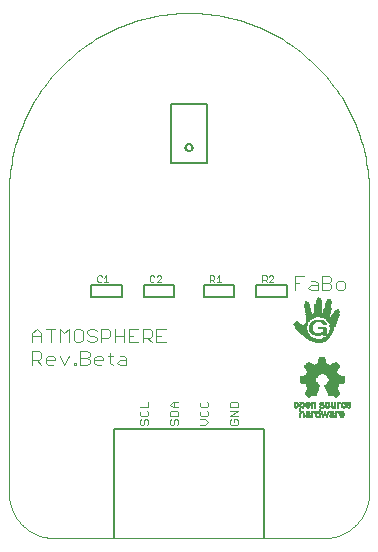
<source format=gto>
G75*
%MOIN*%
%OFA0B0*%
%FSLAX25Y25*%
%IPPOS*%
%LPD*%
%AMOC8*
5,1,8,0,0,1.08239X$1,22.5*
%
%ADD10C,0.00400*%
%ADD11C,0.00500*%
%ADD12C,0.00000*%
%ADD13C,0.00300*%
%ADD14C,0.00200*%
%ADD15R,0.00770X0.00035*%
%ADD16R,0.01400X0.00035*%
%ADD17R,0.01855X0.00035*%
%ADD18R,0.02170X0.00035*%
%ADD19R,0.02485X0.00035*%
%ADD20R,0.02765X0.00035*%
%ADD21R,0.02975X0.00035*%
%ADD22R,0.03220X0.00035*%
%ADD23R,0.03395X0.00035*%
%ADD24R,0.03605X0.00035*%
%ADD25R,0.03780X0.00035*%
%ADD26R,0.03955X0.00035*%
%ADD27R,0.04130X0.00035*%
%ADD28R,0.04270X0.00035*%
%ADD29R,0.04375X0.00035*%
%ADD30R,0.04550X0.00035*%
%ADD31R,0.04690X0.00035*%
%ADD32R,0.04865X0.00035*%
%ADD33R,0.04970X0.00035*%
%ADD34R,0.05110X0.00035*%
%ADD35R,0.05215X0.00035*%
%ADD36R,0.05355X0.00035*%
%ADD37R,0.05460X0.00035*%
%ADD38R,0.05600X0.00035*%
%ADD39R,0.05705X0.00035*%
%ADD40R,0.05810X0.00035*%
%ADD41R,0.05915X0.00035*%
%ADD42R,0.06055X0.00035*%
%ADD43R,0.06160X0.00035*%
%ADD44R,0.06265X0.00035*%
%ADD45R,0.06335X0.00035*%
%ADD46R,0.06440X0.00035*%
%ADD47R,0.06545X0.00035*%
%ADD48R,0.03080X0.00035*%
%ADD49R,0.02660X0.00035*%
%ADD50R,0.02870X0.00035*%
%ADD51R,0.02415X0.00035*%
%ADD52R,0.02730X0.00035*%
%ADD53R,0.02310X0.00035*%
%ADD54R,0.02695X0.00035*%
%ADD55R,0.02170X0.00035*%
%ADD56R,0.02590X0.00035*%
%ADD57R,0.02100X0.00035*%
%ADD58R,0.02520X0.00035*%
%ADD59R,0.02030X0.00035*%
%ADD60R,0.02450X0.00035*%
%ADD61R,0.01960X0.00035*%
%ADD62R,0.01890X0.00035*%
%ADD63R,0.02380X0.00035*%
%ADD64R,0.01785X0.00035*%
%ADD65R,0.01750X0.00035*%
%ADD66R,0.01715X0.00035*%
%ADD67R,0.02275X0.00035*%
%ADD68R,0.01645X0.00035*%
%ADD69R,0.02240X0.00035*%
%ADD70R,0.01610X0.00035*%
%ADD71R,0.02240X0.00035*%
%ADD72R,0.01575X0.00035*%
%ADD73R,0.01540X0.00035*%
%ADD74R,0.02205X0.00035*%
%ADD75R,0.01505X0.00035*%
%ADD76R,0.01470X0.00035*%
%ADD77R,0.01435X0.00035*%
%ADD78R,0.01365X0.00035*%
%ADD79R,0.01330X0.00035*%
%ADD80R,0.01295X0.00035*%
%ADD81R,0.01295X0.00035*%
%ADD82R,0.01260X0.00035*%
%ADD83R,0.01190X0.00035*%
%ADD84R,0.01225X0.00035*%
%ADD85R,0.00385X0.00035*%
%ADD86R,0.00980X0.00035*%
%ADD87R,0.01155X0.00035*%
%ADD88R,0.01645X0.00035*%
%ADD89R,0.01015X0.00035*%
%ADD90R,0.01050X0.00035*%
%ADD91R,0.02345X0.00035*%
%ADD92R,0.01085X0.00035*%
%ADD93R,0.02905X0.00035*%
%ADD94R,0.03045X0.00035*%
%ADD95R,0.01120X0.00035*%
%ADD96R,0.02345X0.00035*%
%ADD97R,0.03255X0.00035*%
%ADD98R,0.01120X0.00035*%
%ADD99R,0.03500X0.00035*%
%ADD100R,0.02415X0.00035*%
%ADD101R,0.03640X0.00035*%
%ADD102R,0.04900X0.00035*%
%ADD103R,0.04935X0.00035*%
%ADD104R,0.05005X0.00035*%
%ADD105R,0.01680X0.00035*%
%ADD106R,0.02065X0.00035*%
%ADD107R,0.02555X0.00035*%
%ADD108R,0.02590X0.00035*%
%ADD109R,0.02625X0.00035*%
%ADD110R,0.02695X0.00035*%
%ADD111R,0.01470X0.00035*%
%ADD112R,0.02765X0.00035*%
%ADD113R,0.02800X0.00035*%
%ADD114R,0.02835X0.00035*%
%ADD115R,0.01365X0.00035*%
%ADD116R,0.02940X0.00035*%
%ADD117R,0.03010X0.00035*%
%ADD118R,0.03045X0.00035*%
%ADD119R,0.03115X0.00035*%
%ADD120R,0.03150X0.00035*%
%ADD121R,0.03185X0.00035*%
%ADD122R,0.03220X0.00035*%
%ADD123R,0.01190X0.00035*%
%ADD124R,0.03290X0.00035*%
%ADD125R,0.03325X0.00035*%
%ADD126R,0.03360X0.00035*%
%ADD127R,0.03430X0.00035*%
%ADD128R,0.03465X0.00035*%
%ADD129R,0.03535X0.00035*%
%ADD130R,0.03570X0.00035*%
%ADD131R,0.03675X0.00035*%
%ADD132R,0.03710X0.00035*%
%ADD133R,0.03745X0.00035*%
%ADD134R,0.03815X0.00035*%
%ADD135R,0.03850X0.00035*%
%ADD136R,0.03885X0.00035*%
%ADD137R,0.03920X0.00035*%
%ADD138R,0.03990X0.00035*%
%ADD139R,0.04025X0.00035*%
%ADD140R,0.02870X0.00035*%
%ADD141R,0.04095X0.00035*%
%ADD142R,0.04165X0.00035*%
%ADD143R,0.04200X0.00035*%
%ADD144R,0.04235X0.00035*%
%ADD145R,0.04270X0.00035*%
%ADD146R,0.01820X0.00035*%
%ADD147R,0.04305X0.00035*%
%ADD148R,0.04340X0.00035*%
%ADD149R,0.01925X0.00035*%
%ADD150R,0.04410X0.00035*%
%ADD151R,0.00945X0.00035*%
%ADD152R,0.00875X0.00035*%
%ADD153R,0.00840X0.00035*%
%ADD154R,0.02135X0.00035*%
%ADD155R,0.00805X0.00035*%
%ADD156R,0.00735X0.00035*%
%ADD157R,0.01995X0.00035*%
%ADD158R,0.02520X0.00035*%
%ADD159R,0.01540X0.00035*%
%ADD160R,0.00770X0.00035*%
%ADD161R,0.00665X0.00035*%
%ADD162R,0.00420X0.00035*%
%ADD163R,0.00910X0.00035*%
%ADD164R,0.04060X0.00035*%
%ADD165R,0.01015X0.00035*%
%ADD166R,0.03115X0.00035*%
%ADD167R,0.03395X0.00035*%
%ADD168R,0.03745X0.00035*%
%ADD169R,0.04340X0.00035*%
%ADD170R,0.04480X0.00035*%
%ADD171R,0.02065X0.00035*%
%ADD172R,0.04515X0.00035*%
%ADD173R,0.04585X0.00035*%
%ADD174R,0.04760X0.00035*%
%ADD175R,0.04830X0.00035*%
%ADD176R,0.07805X0.00035*%
%ADD177R,0.07840X0.00035*%
%ADD178R,0.07875X0.00035*%
%ADD179R,0.07910X0.00035*%
%ADD180R,0.07945X0.00035*%
%ADD181R,0.07980X0.00035*%
%ADD182R,0.08015X0.00035*%
%ADD183R,0.08050X0.00035*%
%ADD184R,0.05635X0.00035*%
%ADD185R,0.01995X0.00035*%
%ADD186R,0.01890X0.00035*%
%ADD187R,0.01715X0.00035*%
%ADD188R,0.00945X0.00035*%
%ADD189R,0.00560X0.00035*%
%ADD190R,0.01820X0.00035*%
%ADD191R,0.00700X0.00035*%
%ADD192R,0.00630X0.00035*%
%ADD193R,0.00525X0.00035*%
%ADD194R,0.00175X0.00035*%
%ADD195R,0.00595X0.00035*%
%ADD196R,0.00490X0.00035*%
%ADD197R,0.00210X0.00035*%
%ADD198R,0.00490X0.00035*%
%ADD199R,0.00315X0.00035*%
%ADD200R,0.00520X0.00040*%
%ADD201R,0.00520X0.00040*%
%ADD202R,0.00760X0.00040*%
%ADD203R,0.00640X0.00040*%
%ADD204R,0.00440X0.00040*%
%ADD205R,0.00480X0.00040*%
%ADD206R,0.00520X0.00040*%
%ADD207R,0.00520X0.00040*%
%ADD208R,0.01400X0.00040*%
%ADD209R,0.00800X0.00040*%
%ADD210R,0.00480X0.00040*%
%ADD211R,0.00960X0.00040*%
%ADD212R,0.01440X0.00040*%
%ADD213R,0.01080X0.00040*%
%ADD214R,0.01520X0.00040*%
%ADD215R,0.01440X0.00040*%
%ADD216R,0.00560X0.00040*%
%ADD217R,0.01480X0.00040*%
%ADD218R,0.01200X0.00040*%
%ADD219R,0.01560X0.00040*%
%ADD220R,0.01320X0.00040*%
%ADD221R,0.01560X0.00040*%
%ADD222R,0.01520X0.00040*%
%ADD223R,0.00600X0.00040*%
%ADD224R,0.00560X0.00040*%
%ADD225R,0.01400X0.00040*%
%ADD226R,0.01600X0.00040*%
%ADD227R,0.00600X0.00040*%
%ADD228R,0.00640X0.00040*%
%ADD229R,0.01640X0.00040*%
%ADD230R,0.00680X0.00040*%
%ADD231R,0.01680X0.00040*%
%ADD232R,0.01680X0.00040*%
%ADD233R,0.01640X0.00040*%
%ADD234R,0.00720X0.00040*%
%ADD235R,0.01480X0.00040*%
%ADD236R,0.00760X0.00040*%
%ADD237R,0.00720X0.00040*%
%ADD238R,0.00640X0.00040*%
%ADD239R,0.00360X0.00040*%
%ADD240R,0.00240X0.00040*%
%ADD241R,0.00160X0.00040*%
%ADD242R,0.00840X0.00040*%
%ADD243R,0.00080X0.00040*%
%ADD244R,0.00880X0.00040*%
%ADD245R,0.00920X0.00040*%
%ADD246R,0.00960X0.00040*%
%ADD247R,0.01640X0.00040*%
%ADD248R,0.01760X0.00040*%
%ADD249R,0.00440X0.00040*%
%ADD250R,0.01000X0.00040*%
%ADD251R,0.01760X0.00040*%
%ADD252R,0.00440X0.00040*%
%ADD253R,0.01320X0.00040*%
%ADD254R,0.01200X0.00040*%
%ADD255R,0.00920X0.00040*%
%ADD256R,0.00840X0.00040*%
%ADD257R,0.00800X0.00040*%
%ADD258R,0.00080X0.00040*%
%ADD259R,0.00120X0.00040*%
%ADD260R,0.00240X0.00040*%
%ADD261R,0.00720X0.00040*%
%ADD262R,0.00200X0.00040*%
%ADD263R,0.00400X0.00040*%
%ADD264R,0.01240X0.00040*%
%ADD265R,0.01640X0.00040*%
%ADD266R,0.01440X0.00040*%
%ADD267R,0.01280X0.00040*%
%ADD268R,0.01520X0.00040*%
%ADD269R,0.01280X0.00040*%
%ADD270R,0.01520X0.00040*%
%ADD271R,0.01360X0.00040*%
%ADD272R,0.01440X0.00040*%
%ADD273R,0.01240X0.00040*%
%ADD274R,0.01120X0.00040*%
%ADD275R,0.01240X0.00040*%
%ADD276R,0.01040X0.00040*%
%ADD277R,0.00840X0.00040*%
%ADD278R,0.00440X0.00040*%
%ADD279R,0.00400X0.00040*%
%ADD280R,0.00320X0.00040*%
%ADD281R,0.00920X0.00040*%
%ADD282R,0.01040X0.00040*%
%ADD283R,0.01000X0.00040*%
%ADD284R,0.01080X0.00040*%
%ADD285R,0.01160X0.00040*%
%ADD286R,0.01040X0.00040*%
%ADD287R,0.01160X0.00040*%
%ADD288R,0.01600X0.00040*%
%ADD289R,0.01720X0.00040*%
%ADD290R,0.01720X0.00040*%
%ADD291R,0.00640X0.00040*%
%ADD292R,0.00680X0.00040*%
%ADD293R,0.00360X0.00040*%
%ADD294R,0.00280X0.00040*%
%ADD295R,0.00120X0.00040*%
%ADD296R,0.00040X0.00040*%
%ADD297R,0.00040X0.00040*%
%ADD298R,0.01320X0.00040*%
%ADD299R,0.00280X0.00040*%
%ADD300R,0.00320X0.00040*%
%ADD301R,0.01320X0.00040*%
%ADD302R,0.01120X0.00040*%
%ADD303R,0.01120X0.00040*%
%ADD304R,0.01800X0.00040*%
%ADD305R,0.01920X0.00040*%
%ADD306R,0.01920X0.00040*%
%ADD307R,0.02000X0.00040*%
%ADD308R,0.02120X0.00040*%
%ADD309R,0.02200X0.00040*%
%ADD310R,0.02320X0.00040*%
%ADD311R,0.02400X0.00040*%
%ADD312R,0.02520X0.00040*%
%ADD313R,0.02600X0.00040*%
%ADD314R,0.00880X0.00040*%
%ADD315R,0.03680X0.00040*%
%ADD316R,0.03720X0.00040*%
%ADD317R,0.03800X0.00040*%
%ADD318R,0.03840X0.00040*%
%ADD319R,0.03840X0.00040*%
%ADD320R,0.03920X0.00040*%
%ADD321R,0.03960X0.00040*%
%ADD322R,0.04000X0.00040*%
%ADD323R,0.04080X0.00040*%
%ADD324R,0.04120X0.00040*%
%ADD325R,0.04160X0.00040*%
%ADD326R,0.04200X0.00040*%
%ADD327R,0.04200X0.00040*%
%ADD328R,0.04160X0.00040*%
%ADD329R,0.04120X0.00040*%
%ADD330R,0.04080X0.00040*%
%ADD331R,0.04040X0.00040*%
%ADD332R,0.04040X0.00040*%
%ADD333R,0.04040X0.00040*%
%ADD334R,0.04040X0.00040*%
%ADD335R,0.03960X0.00040*%
%ADD336R,0.03920X0.00040*%
%ADD337R,0.03920X0.00040*%
%ADD338R,0.03880X0.00040*%
%ADD339R,0.03920X0.00040*%
%ADD340R,0.03880X0.00040*%
%ADD341R,0.03800X0.00040*%
%ADD342R,0.04240X0.00040*%
%ADD343R,0.04240X0.00040*%
%ADD344R,0.04280X0.00040*%
%ADD345R,0.04360X0.00040*%
%ADD346R,0.04400X0.00040*%
%ADD347R,0.04440X0.00040*%
%ADD348R,0.04520X0.00040*%
%ADD349R,0.04520X0.00040*%
%ADD350R,0.04520X0.00040*%
%ADD351R,0.04520X0.00040*%
%ADD352R,0.04480X0.00040*%
%ADD353R,0.04440X0.00040*%
%ADD354R,0.04400X0.00040*%
%ADD355R,0.04360X0.00040*%
%ADD356R,0.04320X0.00040*%
%ADD357R,0.04240X0.00040*%
%ADD358R,0.04320X0.00040*%
%ADD359R,0.04320X0.00040*%
%ADD360R,0.04560X0.00040*%
%ADD361R,0.04720X0.00040*%
%ADD362R,0.04920X0.00040*%
%ADD363R,0.04920X0.00040*%
%ADD364R,0.05080X0.00040*%
%ADD365R,0.05240X0.00040*%
%ADD366R,0.05240X0.00040*%
%ADD367R,0.05480X0.00040*%
%ADD368R,0.05640X0.00040*%
%ADD369R,0.05640X0.00040*%
%ADD370R,0.05680X0.00040*%
%ADD371R,0.05640X0.00040*%
%ADD372R,0.05600X0.00040*%
%ADD373R,0.05600X0.00040*%
%ADD374R,0.05560X0.00040*%
%ADD375R,0.05520X0.00040*%
%ADD376R,0.05520X0.00040*%
%ADD377R,0.05480X0.00040*%
%ADD378R,0.05440X0.00040*%
%ADD379R,0.05440X0.00040*%
%ADD380R,0.05560X0.00040*%
%ADD381R,0.05680X0.00040*%
%ADD382R,0.05440X0.00040*%
%ADD383R,0.05280X0.00040*%
%ADD384R,0.04920X0.00040*%
%ADD385R,0.04600X0.00040*%
%ADD386R,0.04840X0.00040*%
%ADD387R,0.10440X0.00040*%
%ADD388R,0.10360X0.00040*%
%ADD389R,0.10360X0.00040*%
%ADD390R,0.10280X0.00040*%
%ADD391R,0.10200X0.00040*%
%ADD392R,0.10200X0.00040*%
%ADD393R,0.10120X0.00040*%
%ADD394R,0.10040X0.00040*%
%ADD395R,0.10040X0.00040*%
%ADD396R,0.09960X0.00040*%
%ADD397R,0.09880X0.00040*%
%ADD398R,0.09880X0.00040*%
%ADD399R,0.09800X0.00040*%
%ADD400R,0.09720X0.00040*%
%ADD401R,0.09720X0.00040*%
%ADD402R,0.10280X0.00040*%
%ADD403R,0.10520X0.00040*%
%ADD404R,0.10520X0.00040*%
%ADD405R,0.10600X0.00040*%
%ADD406R,0.10680X0.00040*%
%ADD407R,0.10760X0.00040*%
%ADD408R,0.10840X0.00040*%
%ADD409R,0.10920X0.00040*%
%ADD410R,0.11000X0.00040*%
%ADD411R,0.11080X0.00040*%
%ADD412R,0.11080X0.00040*%
%ADD413R,0.11160X0.00040*%
%ADD414R,0.11240X0.00040*%
%ADD415R,0.11320X0.00040*%
%ADD416R,0.11400X0.00040*%
%ADD417R,0.11400X0.00040*%
%ADD418R,0.11480X0.00040*%
%ADD419R,0.11560X0.00040*%
%ADD420R,0.11640X0.00040*%
%ADD421R,0.11640X0.00040*%
%ADD422R,0.11720X0.00040*%
%ADD423R,0.11800X0.00040*%
%ADD424R,0.11880X0.00040*%
%ADD425R,0.11880X0.00040*%
%ADD426R,0.11960X0.00040*%
%ADD427R,0.11720X0.00040*%
%ADD428R,0.11320X0.00040*%
%ADD429R,0.02760X0.00040*%
%ADD430R,0.05400X0.00040*%
%ADD431R,0.02640X0.00040*%
%ADD432R,0.05160X0.00040*%
%ADD433R,0.02560X0.00040*%
%ADD434R,0.05000X0.00040*%
%ADD435R,0.02440X0.00040*%
%ADD436R,0.04760X0.00040*%
%ADD437R,0.02440X0.00040*%
%ADD438R,0.02360X0.00040*%
%ADD439R,0.04600X0.00040*%
%ADD440R,0.02280X0.00040*%
%ADD441R,0.02240X0.00040*%
%ADD442R,0.02160X0.00040*%
%ADD443R,0.02080X0.00040*%
%ADD444R,0.01960X0.00040*%
%ADD445R,0.01880X0.00040*%
%ADD446R,0.03640X0.00040*%
%ADD447R,0.03400X0.00040*%
%ADD448R,0.03240X0.00040*%
%ADD449R,0.03000X0.00040*%
%ADD450R,0.02920X0.00040*%
%ADD451R,0.01360X0.00040*%
%ADD452R,0.02840X0.00040*%
%ADD453R,0.02840X0.00040*%
%ADD454R,0.02760X0.00040*%
%ADD455R,0.02680X0.00040*%
%ADD456R,0.02680X0.00040*%
%ADD457R,0.02600X0.00040*%
%ADD458R,0.02520X0.00040*%
%ADD459R,0.02520X0.00040*%
%ADD460R,0.02440X0.00040*%
%ADD461R,0.02360X0.00040*%
%ADD462R,0.02280X0.00040*%
%ADD463R,0.02200X0.00040*%
%ADD464R,0.02120X0.00040*%
D10*
X0009200Y0059200D02*
X0009200Y0063804D01*
X0011502Y0063804D01*
X0012269Y0063037D01*
X0012269Y0061502D01*
X0011502Y0060735D01*
X0009200Y0060735D01*
X0010735Y0060735D02*
X0012269Y0059200D01*
X0013804Y0059967D02*
X0013804Y0061502D01*
X0014571Y0062269D01*
X0016106Y0062269D01*
X0016873Y0061502D01*
X0016873Y0060735D01*
X0013804Y0060735D01*
X0013804Y0059967D02*
X0014571Y0059200D01*
X0016106Y0059200D01*
X0018408Y0062269D02*
X0019942Y0059200D01*
X0021477Y0062269D01*
X0023012Y0059967D02*
X0023779Y0059967D01*
X0023779Y0059200D01*
X0023012Y0059200D01*
X0023012Y0059967D01*
X0025314Y0059200D02*
X0025314Y0063804D01*
X0027616Y0063804D01*
X0028383Y0063037D01*
X0028383Y0062269D01*
X0027616Y0061502D01*
X0025314Y0061502D01*
X0025314Y0059200D02*
X0027616Y0059200D01*
X0028383Y0059967D01*
X0028383Y0060735D01*
X0027616Y0061502D01*
X0029918Y0061502D02*
X0029918Y0059967D01*
X0030685Y0059200D01*
X0032220Y0059200D01*
X0032987Y0060735D02*
X0029918Y0060735D01*
X0029918Y0061502D02*
X0030685Y0062269D01*
X0032220Y0062269D01*
X0032987Y0061502D01*
X0032987Y0060735D01*
X0034522Y0062269D02*
X0036056Y0062269D01*
X0035289Y0063037D02*
X0035289Y0059967D01*
X0036056Y0059200D01*
X0037591Y0059967D02*
X0038358Y0060735D01*
X0040660Y0060735D01*
X0040660Y0061502D02*
X0040660Y0059200D01*
X0038358Y0059200D01*
X0037591Y0059967D01*
X0038358Y0062269D02*
X0039893Y0062269D01*
X0040660Y0061502D01*
X0039893Y0066700D02*
X0039893Y0071304D01*
X0041427Y0071304D02*
X0041427Y0066700D01*
X0044497Y0066700D01*
X0046031Y0066700D02*
X0046031Y0071304D01*
X0048333Y0071304D01*
X0049101Y0070537D01*
X0049101Y0069002D01*
X0048333Y0068235D01*
X0046031Y0068235D01*
X0047566Y0068235D02*
X0049101Y0066700D01*
X0050635Y0066700D02*
X0053705Y0066700D01*
X0052170Y0069002D02*
X0050635Y0069002D01*
X0050635Y0071304D02*
X0050635Y0066700D01*
X0050635Y0071304D02*
X0053705Y0071304D01*
X0044497Y0071304D02*
X0041427Y0071304D01*
X0041427Y0069002D02*
X0042962Y0069002D01*
X0039893Y0069002D02*
X0036824Y0069002D01*
X0035289Y0069002D02*
X0035289Y0070537D01*
X0034522Y0071304D01*
X0032220Y0071304D01*
X0032220Y0066700D01*
X0032220Y0068235D02*
X0034522Y0068235D01*
X0035289Y0069002D01*
X0036824Y0066700D02*
X0036824Y0071304D01*
X0030685Y0070537D02*
X0029918Y0071304D01*
X0028383Y0071304D01*
X0027616Y0070537D01*
X0027616Y0069769D01*
X0028383Y0069002D01*
X0029918Y0069002D01*
X0030685Y0068235D01*
X0030685Y0067467D01*
X0029918Y0066700D01*
X0028383Y0066700D01*
X0027616Y0067467D01*
X0026081Y0067467D02*
X0026081Y0070537D01*
X0025314Y0071304D01*
X0023779Y0071304D01*
X0023012Y0070537D01*
X0023012Y0067467D01*
X0023779Y0066700D01*
X0025314Y0066700D01*
X0026081Y0067467D01*
X0021477Y0066700D02*
X0021477Y0071304D01*
X0019942Y0069769D01*
X0018408Y0071304D01*
X0018408Y0066700D01*
X0015339Y0066700D02*
X0015339Y0071304D01*
X0016873Y0071304D02*
X0013804Y0071304D01*
X0012269Y0069769D02*
X0012269Y0066700D01*
X0012269Y0069002D02*
X0009200Y0069002D01*
X0009200Y0069769D02*
X0009200Y0066700D01*
X0009200Y0069769D02*
X0010735Y0071304D01*
X0012269Y0069769D01*
X0096700Y0084200D02*
X0096700Y0088804D01*
X0099769Y0088804D01*
X0102071Y0087269D02*
X0103606Y0087269D01*
X0104373Y0086502D01*
X0104373Y0084200D01*
X0102071Y0084200D01*
X0101304Y0084967D01*
X0102071Y0085735D01*
X0104373Y0085735D01*
X0105908Y0086502D02*
X0108210Y0086502D01*
X0108977Y0085735D01*
X0108977Y0084967D01*
X0108210Y0084200D01*
X0105908Y0084200D01*
X0105908Y0088804D01*
X0108210Y0088804D01*
X0108977Y0088037D01*
X0108977Y0087269D01*
X0108210Y0086502D01*
X0110512Y0086502D02*
X0110512Y0084967D01*
X0111279Y0084200D01*
X0112814Y0084200D01*
X0113581Y0084967D01*
X0113581Y0086502D01*
X0112814Y0087269D01*
X0111279Y0087269D01*
X0110512Y0086502D01*
X0098235Y0086502D02*
X0096700Y0086502D01*
D11*
X0094118Y0085969D02*
X0094118Y0082031D01*
X0084276Y0082031D01*
X0083882Y0082031D02*
X0083882Y0085969D01*
X0094118Y0085969D01*
X0076618Y0085969D02*
X0076618Y0082031D01*
X0066776Y0082031D01*
X0066382Y0082031D02*
X0066382Y0085969D01*
X0076618Y0085969D01*
X0056618Y0085969D02*
X0056618Y0082031D01*
X0046776Y0082031D01*
X0046382Y0082031D02*
X0046382Y0085969D01*
X0056618Y0085969D01*
X0039118Y0085969D02*
X0039118Y0082031D01*
X0029276Y0082031D01*
X0028882Y0082031D02*
X0028882Y0085969D01*
X0039118Y0085969D01*
X0055594Y0126657D02*
X0055594Y0146343D01*
X0067406Y0146343D01*
X0067406Y0126657D01*
X0055594Y0126657D01*
X0060319Y0131776D02*
X0060321Y0131845D01*
X0060327Y0131913D01*
X0060337Y0131981D01*
X0060351Y0132048D01*
X0060369Y0132115D01*
X0060390Y0132180D01*
X0060416Y0132244D01*
X0060445Y0132306D01*
X0060477Y0132366D01*
X0060513Y0132425D01*
X0060553Y0132481D01*
X0060595Y0132535D01*
X0060641Y0132586D01*
X0060690Y0132635D01*
X0060741Y0132681D01*
X0060795Y0132723D01*
X0060851Y0132763D01*
X0060909Y0132799D01*
X0060970Y0132831D01*
X0061032Y0132860D01*
X0061096Y0132886D01*
X0061161Y0132907D01*
X0061228Y0132925D01*
X0061295Y0132939D01*
X0061363Y0132949D01*
X0061431Y0132955D01*
X0061500Y0132957D01*
X0061569Y0132955D01*
X0061637Y0132949D01*
X0061705Y0132939D01*
X0061772Y0132925D01*
X0061839Y0132907D01*
X0061904Y0132886D01*
X0061968Y0132860D01*
X0062030Y0132831D01*
X0062090Y0132799D01*
X0062149Y0132763D01*
X0062205Y0132723D01*
X0062259Y0132681D01*
X0062310Y0132635D01*
X0062359Y0132586D01*
X0062405Y0132535D01*
X0062447Y0132481D01*
X0062487Y0132425D01*
X0062523Y0132366D01*
X0062555Y0132306D01*
X0062584Y0132244D01*
X0062610Y0132180D01*
X0062631Y0132115D01*
X0062649Y0132048D01*
X0062663Y0131981D01*
X0062673Y0131913D01*
X0062679Y0131845D01*
X0062681Y0131776D01*
X0062679Y0131707D01*
X0062673Y0131639D01*
X0062663Y0131571D01*
X0062649Y0131504D01*
X0062631Y0131437D01*
X0062610Y0131372D01*
X0062584Y0131308D01*
X0062555Y0131246D01*
X0062523Y0131185D01*
X0062487Y0131127D01*
X0062447Y0131071D01*
X0062405Y0131017D01*
X0062359Y0130966D01*
X0062310Y0130917D01*
X0062259Y0130871D01*
X0062205Y0130829D01*
X0062149Y0130789D01*
X0062091Y0130753D01*
X0062030Y0130721D01*
X0061968Y0130692D01*
X0061904Y0130666D01*
X0061839Y0130645D01*
X0061772Y0130627D01*
X0061705Y0130613D01*
X0061637Y0130603D01*
X0061569Y0130597D01*
X0061500Y0130595D01*
X0061431Y0130597D01*
X0061363Y0130603D01*
X0061295Y0130613D01*
X0061228Y0130627D01*
X0061161Y0130645D01*
X0061096Y0130666D01*
X0061032Y0130692D01*
X0060970Y0130721D01*
X0060909Y0130753D01*
X0060851Y0130789D01*
X0060795Y0130829D01*
X0060741Y0130871D01*
X0060690Y0130917D01*
X0060641Y0130966D01*
X0060595Y0131017D01*
X0060553Y0131071D01*
X0060513Y0131127D01*
X0060477Y0131185D01*
X0060445Y0131246D01*
X0060416Y0131308D01*
X0060390Y0131372D01*
X0060369Y0131437D01*
X0060351Y0131504D01*
X0060337Y0131571D01*
X0060327Y0131639D01*
X0060321Y0131707D01*
X0060319Y0131776D01*
X0036500Y0037750D02*
X0086500Y0037750D01*
X0086500Y0001500D01*
X0036500Y0001500D02*
X0036500Y0037750D01*
D12*
X0001500Y0016500D02*
X0001500Y0116500D01*
X0001518Y0117961D01*
X0001571Y0119421D01*
X0001660Y0120880D01*
X0001784Y0122336D01*
X0001944Y0123788D01*
X0002139Y0125236D01*
X0002370Y0126679D01*
X0002635Y0128116D01*
X0002935Y0129546D01*
X0003270Y0130968D01*
X0003640Y0132382D01*
X0004044Y0133786D01*
X0004482Y0135180D01*
X0004954Y0136563D01*
X0005459Y0137934D01*
X0005998Y0139292D01*
X0006569Y0140637D01*
X0007173Y0141967D01*
X0007809Y0143283D01*
X0008477Y0144582D01*
X0009177Y0145865D01*
X0009908Y0147130D01*
X0010669Y0148378D01*
X0011460Y0149606D01*
X0012281Y0150815D01*
X0013131Y0152003D01*
X0014010Y0153170D01*
X0014917Y0154316D01*
X0015852Y0155439D01*
X0016814Y0156539D01*
X0017802Y0157615D01*
X0018816Y0158667D01*
X0019856Y0159694D01*
X0020920Y0160695D01*
X0022008Y0161671D01*
X0023120Y0162619D01*
X0024254Y0163540D01*
X0025411Y0164433D01*
X0026588Y0165297D01*
X0027787Y0166133D01*
X0029006Y0166939D01*
X0030244Y0167716D01*
X0031500Y0168462D01*
X0032774Y0169177D01*
X0034065Y0169861D01*
X0035373Y0170513D01*
X0036696Y0171133D01*
X0038034Y0171721D01*
X0039385Y0172276D01*
X0040750Y0172798D01*
X0042127Y0173286D01*
X0043516Y0173741D01*
X0044915Y0174162D01*
X0046324Y0174549D01*
X0047742Y0174901D01*
X0049168Y0175219D01*
X0050602Y0175502D01*
X0052042Y0175750D01*
X0053487Y0175963D01*
X0054938Y0176140D01*
X0056392Y0176282D01*
X0057849Y0176389D01*
X0059309Y0176460D01*
X0060769Y0176496D01*
X0062231Y0176496D01*
X0063691Y0176460D01*
X0065151Y0176389D01*
X0066608Y0176282D01*
X0068062Y0176140D01*
X0069513Y0175963D01*
X0070958Y0175750D01*
X0072398Y0175502D01*
X0073832Y0175219D01*
X0075258Y0174901D01*
X0076676Y0174549D01*
X0078085Y0174162D01*
X0079484Y0173741D01*
X0080873Y0173286D01*
X0082250Y0172798D01*
X0083615Y0172276D01*
X0084966Y0171721D01*
X0086304Y0171133D01*
X0087627Y0170513D01*
X0088935Y0169861D01*
X0090226Y0169177D01*
X0091500Y0168462D01*
X0092756Y0167716D01*
X0093994Y0166939D01*
X0095213Y0166133D01*
X0096412Y0165297D01*
X0097589Y0164433D01*
X0098746Y0163540D01*
X0099880Y0162619D01*
X0100992Y0161671D01*
X0102080Y0160695D01*
X0103144Y0159694D01*
X0104184Y0158667D01*
X0105198Y0157615D01*
X0106186Y0156539D01*
X0107148Y0155439D01*
X0108083Y0154316D01*
X0108990Y0153170D01*
X0109869Y0152003D01*
X0110719Y0150815D01*
X0111540Y0149606D01*
X0112331Y0148378D01*
X0113092Y0147130D01*
X0113823Y0145865D01*
X0114523Y0144582D01*
X0115191Y0143283D01*
X0115827Y0141967D01*
X0116431Y0140637D01*
X0117002Y0139292D01*
X0117541Y0137934D01*
X0118046Y0136563D01*
X0118518Y0135180D01*
X0118956Y0133786D01*
X0119360Y0132382D01*
X0119730Y0130968D01*
X0120065Y0129546D01*
X0120365Y0128116D01*
X0120630Y0126679D01*
X0120861Y0125236D01*
X0121056Y0123788D01*
X0121216Y0122336D01*
X0121340Y0120880D01*
X0121429Y0119421D01*
X0121482Y0117961D01*
X0121500Y0116500D01*
X0121500Y0016500D01*
X0121496Y0016138D01*
X0121482Y0015775D01*
X0121461Y0015413D01*
X0121430Y0015052D01*
X0121391Y0014692D01*
X0121343Y0014333D01*
X0121286Y0013975D01*
X0121221Y0013618D01*
X0121147Y0013263D01*
X0121064Y0012910D01*
X0120973Y0012559D01*
X0120874Y0012211D01*
X0120766Y0011865D01*
X0120650Y0011521D01*
X0120525Y0011181D01*
X0120393Y0010844D01*
X0120252Y0010510D01*
X0120103Y0010179D01*
X0119946Y0009852D01*
X0119782Y0009529D01*
X0119610Y0009210D01*
X0119430Y0008896D01*
X0119242Y0008585D01*
X0119047Y0008280D01*
X0118845Y0007979D01*
X0118635Y0007683D01*
X0118419Y0007393D01*
X0118195Y0007107D01*
X0117965Y0006827D01*
X0117728Y0006553D01*
X0117484Y0006285D01*
X0117234Y0006022D01*
X0116978Y0005766D01*
X0116715Y0005516D01*
X0116447Y0005272D01*
X0116173Y0005035D01*
X0115893Y0004805D01*
X0115607Y0004581D01*
X0115317Y0004365D01*
X0115021Y0004155D01*
X0114720Y0003953D01*
X0114415Y0003758D01*
X0114104Y0003570D01*
X0113790Y0003390D01*
X0113471Y0003218D01*
X0113148Y0003054D01*
X0112821Y0002897D01*
X0112490Y0002748D01*
X0112156Y0002607D01*
X0111819Y0002475D01*
X0111479Y0002350D01*
X0111135Y0002234D01*
X0110789Y0002126D01*
X0110441Y0002027D01*
X0110090Y0001936D01*
X0109737Y0001853D01*
X0109382Y0001779D01*
X0109025Y0001714D01*
X0108667Y0001657D01*
X0108308Y0001609D01*
X0107948Y0001570D01*
X0107587Y0001539D01*
X0107225Y0001518D01*
X0106862Y0001504D01*
X0106500Y0001500D01*
X0016500Y0001500D01*
X0016138Y0001504D01*
X0015775Y0001518D01*
X0015413Y0001539D01*
X0015052Y0001570D01*
X0014692Y0001609D01*
X0014333Y0001657D01*
X0013975Y0001714D01*
X0013618Y0001779D01*
X0013263Y0001853D01*
X0012910Y0001936D01*
X0012559Y0002027D01*
X0012211Y0002126D01*
X0011865Y0002234D01*
X0011521Y0002350D01*
X0011181Y0002475D01*
X0010844Y0002607D01*
X0010510Y0002748D01*
X0010179Y0002897D01*
X0009852Y0003054D01*
X0009529Y0003218D01*
X0009210Y0003390D01*
X0008896Y0003570D01*
X0008585Y0003758D01*
X0008280Y0003953D01*
X0007979Y0004155D01*
X0007683Y0004365D01*
X0007393Y0004581D01*
X0007107Y0004805D01*
X0006827Y0005035D01*
X0006553Y0005272D01*
X0006285Y0005516D01*
X0006022Y0005766D01*
X0005766Y0006022D01*
X0005516Y0006285D01*
X0005272Y0006553D01*
X0005035Y0006827D01*
X0004805Y0007107D01*
X0004581Y0007393D01*
X0004365Y0007683D01*
X0004155Y0007979D01*
X0003953Y0008280D01*
X0003758Y0008585D01*
X0003570Y0008896D01*
X0003390Y0009210D01*
X0003218Y0009529D01*
X0003054Y0009852D01*
X0002897Y0010179D01*
X0002748Y0010510D01*
X0002607Y0010844D01*
X0002475Y0011181D01*
X0002350Y0011521D01*
X0002234Y0011865D01*
X0002126Y0012211D01*
X0002027Y0012559D01*
X0001936Y0012910D01*
X0001853Y0013263D01*
X0001779Y0013618D01*
X0001714Y0013975D01*
X0001657Y0014333D01*
X0001609Y0014692D01*
X0001570Y0015052D01*
X0001539Y0015413D01*
X0001518Y0015775D01*
X0001504Y0016138D01*
X0001500Y0016500D01*
D13*
X0045048Y0039634D02*
X0045531Y0039150D01*
X0046015Y0039150D01*
X0046499Y0039634D01*
X0046499Y0040601D01*
X0046983Y0041085D01*
X0047466Y0041085D01*
X0047950Y0040601D01*
X0047950Y0039634D01*
X0047466Y0039150D01*
X0045048Y0039634D02*
X0045048Y0040601D01*
X0045531Y0041085D01*
X0045531Y0042097D02*
X0047466Y0042097D01*
X0047950Y0042580D01*
X0047950Y0043548D01*
X0047466Y0044031D01*
X0047950Y0045043D02*
X0047950Y0046978D01*
X0047950Y0045043D02*
X0045048Y0045043D01*
X0045531Y0044031D02*
X0045048Y0043548D01*
X0045048Y0042580D01*
X0045531Y0042097D01*
X0055048Y0042097D02*
X0055048Y0043548D01*
X0055531Y0044031D01*
X0057466Y0044031D01*
X0057950Y0043548D01*
X0057950Y0042097D01*
X0055048Y0042097D01*
X0055531Y0041085D02*
X0055048Y0040601D01*
X0055048Y0039634D01*
X0055531Y0039150D01*
X0056015Y0039150D01*
X0056499Y0039634D01*
X0056499Y0040601D01*
X0056983Y0041085D01*
X0057466Y0041085D01*
X0057950Y0040601D01*
X0057950Y0039634D01*
X0057466Y0039150D01*
X0057950Y0045043D02*
X0056015Y0045043D01*
X0055048Y0046011D01*
X0056015Y0046978D01*
X0057950Y0046978D01*
X0056499Y0046978D02*
X0056499Y0045043D01*
X0065048Y0045527D02*
X0065531Y0045043D01*
X0067466Y0045043D01*
X0067950Y0045527D01*
X0067950Y0046494D01*
X0067466Y0046978D01*
X0065531Y0046978D02*
X0065048Y0046494D01*
X0065048Y0045527D01*
X0065531Y0044031D02*
X0065048Y0043548D01*
X0065048Y0042580D01*
X0065531Y0042097D01*
X0067466Y0042097D01*
X0067950Y0042580D01*
X0067950Y0043548D01*
X0067466Y0044031D01*
X0066983Y0041085D02*
X0065048Y0041085D01*
X0066983Y0041085D02*
X0067950Y0040117D01*
X0066983Y0039150D01*
X0065048Y0039150D01*
X0075048Y0039634D02*
X0075531Y0039150D01*
X0077466Y0039150D01*
X0077950Y0039634D01*
X0077950Y0040601D01*
X0077466Y0041085D01*
X0076499Y0041085D01*
X0076499Y0040117D01*
X0075531Y0041085D02*
X0075048Y0040601D01*
X0075048Y0039634D01*
X0075048Y0042097D02*
X0077950Y0044031D01*
X0075048Y0044031D01*
X0075048Y0045043D02*
X0075048Y0046494D01*
X0075531Y0046978D01*
X0077466Y0046978D01*
X0077950Y0046494D01*
X0077950Y0045043D01*
X0075048Y0045043D01*
X0075048Y0042097D02*
X0077950Y0042097D01*
D14*
X0072160Y0086856D02*
X0070692Y0086856D01*
X0071426Y0086856D02*
X0071426Y0089058D01*
X0070692Y0088324D01*
X0069950Y0088691D02*
X0069583Y0089058D01*
X0068482Y0089058D01*
X0068482Y0086856D01*
X0068482Y0087590D02*
X0069583Y0087590D01*
X0069950Y0087957D01*
X0069950Y0088691D01*
X0069216Y0087590D02*
X0069950Y0086856D01*
X0085982Y0086856D02*
X0085982Y0089058D01*
X0087083Y0089058D01*
X0087450Y0088691D01*
X0087450Y0087957D01*
X0087083Y0087590D01*
X0085982Y0087590D01*
X0086716Y0087590D02*
X0087450Y0086856D01*
X0088192Y0086856D02*
X0089660Y0088324D01*
X0089660Y0088691D01*
X0089293Y0089058D01*
X0088559Y0089058D01*
X0088192Y0088691D01*
X0088192Y0086856D02*
X0089660Y0086856D01*
X0052160Y0086856D02*
X0050692Y0086856D01*
X0052160Y0088324D01*
X0052160Y0088691D01*
X0051793Y0089058D01*
X0051059Y0089058D01*
X0050692Y0088691D01*
X0049950Y0088691D02*
X0049583Y0089058D01*
X0048849Y0089058D01*
X0048482Y0088691D01*
X0048482Y0087223D01*
X0048849Y0086856D01*
X0049583Y0086856D01*
X0049950Y0087223D01*
X0034660Y0086856D02*
X0033192Y0086856D01*
X0033926Y0086856D02*
X0033926Y0089058D01*
X0033192Y0088324D01*
X0032450Y0088691D02*
X0032083Y0089058D01*
X0031349Y0089058D01*
X0030982Y0088691D01*
X0030982Y0087223D01*
X0031349Y0086856D01*
X0032083Y0086856D01*
X0032450Y0087223D01*
D15*
X0100648Y0080080D03*
X0100823Y0073115D03*
X0100787Y0073045D03*
X0100648Y0072730D03*
X0100612Y0072695D03*
X0100612Y0072660D03*
X0100577Y0072625D03*
X0104777Y0066500D03*
X0108173Y0080850D03*
D16*
X0108102Y0080360D03*
X0104777Y0080815D03*
X0100752Y0079485D03*
X0101277Y0074060D03*
X0102677Y0072940D03*
X0102712Y0072975D03*
X0102608Y0072835D03*
X0102573Y0072800D03*
X0102537Y0072730D03*
X0102502Y0072695D03*
X0102467Y0072625D03*
X0102537Y0069965D03*
X0102573Y0069930D03*
X0104777Y0066535D03*
X0107717Y0068390D03*
X0107752Y0068425D03*
X0107787Y0068460D03*
X0106702Y0069930D03*
X0109187Y0071155D03*
X0109187Y0071190D03*
X0109187Y0071225D03*
X0109223Y0071260D03*
X0109223Y0071295D03*
X0106317Y0073325D03*
X0097462Y0073150D03*
D17*
X0097515Y0072905D03*
X0101505Y0074410D03*
X0103535Y0073500D03*
X0103220Y0069475D03*
X0104760Y0066570D03*
X0107140Y0067935D03*
X0106475Y0069615D03*
X0109345Y0072135D03*
X0109345Y0072170D03*
X0108015Y0079730D03*
X0108015Y0079765D03*
X0104760Y0080255D03*
X0104760Y0080290D03*
X0100910Y0078610D03*
X0100910Y0078575D03*
X0100910Y0078540D03*
D18*
X0101173Y0077105D03*
X0101173Y0077070D03*
X0101277Y0076650D03*
X0101627Y0074585D03*
X0103448Y0069440D03*
X0100998Y0068530D03*
X0104777Y0066605D03*
X0109362Y0072625D03*
X0107262Y0074760D03*
D19*
X0109345Y0073010D03*
X0110255Y0075320D03*
X0110255Y0075355D03*
X0110290Y0075390D03*
X0104585Y0078435D03*
X0104585Y0078470D03*
X0104585Y0078505D03*
X0104585Y0078540D03*
X0104585Y0078575D03*
X0101785Y0074725D03*
X0100000Y0069510D03*
X0100035Y0069475D03*
X0104410Y0069055D03*
X0104760Y0066640D03*
D20*
X0104760Y0066675D03*
X0106020Y0069440D03*
X0109310Y0073290D03*
X0104445Y0076895D03*
X0104445Y0076930D03*
X0104445Y0076965D03*
X0104445Y0077000D03*
X0104445Y0077035D03*
X0104445Y0077070D03*
X0099685Y0069895D03*
X0097865Y0072380D03*
D21*
X0101995Y0074900D03*
X0104410Y0076195D03*
X0104410Y0076230D03*
X0104410Y0076265D03*
X0104410Y0076300D03*
X0104760Y0066710D03*
D22*
X0104742Y0066745D03*
X0109257Y0073675D03*
D23*
X0104410Y0069230D03*
X0104725Y0066780D03*
X0099125Y0070735D03*
D24*
X0098985Y0070980D03*
X0104725Y0066815D03*
X0109170Y0073955D03*
D25*
X0109117Y0074095D03*
X0104707Y0066850D03*
X0098862Y0071260D03*
D26*
X0098775Y0071505D03*
X0098775Y0071540D03*
X0104725Y0066885D03*
X0109065Y0074200D03*
D27*
X0104742Y0073535D03*
X0104707Y0066920D03*
X0098723Y0071750D03*
X0098723Y0071785D03*
X0098723Y0071820D03*
D28*
X0104707Y0066955D03*
D29*
X0104690Y0066990D03*
X0108960Y0074445D03*
X0098670Y0072275D03*
D30*
X0104673Y0067025D03*
D31*
X0104672Y0067060D03*
X0108872Y0074585D03*
D32*
X0104655Y0067095D03*
D33*
X0104637Y0067130D03*
D34*
X0104637Y0067165D03*
D35*
X0104620Y0067200D03*
D36*
X0104620Y0067235D03*
D37*
X0104602Y0067270D03*
D38*
X0104602Y0067305D03*
X0105617Y0075705D03*
X0105617Y0075740D03*
X0105652Y0075845D03*
D39*
X0104585Y0067340D03*
D40*
X0104567Y0067375D03*
D41*
X0104550Y0067410D03*
D42*
X0104550Y0067445D03*
D43*
X0104532Y0067480D03*
D44*
X0104515Y0067515D03*
D45*
X0104515Y0067550D03*
D46*
X0104497Y0067585D03*
D47*
X0104480Y0067620D03*
D48*
X0102677Y0067655D03*
X0099352Y0070350D03*
X0104427Y0075985D03*
X0109257Y0073570D03*
D49*
X0109327Y0073185D03*
X0109992Y0074900D03*
X0110027Y0074935D03*
X0106982Y0074935D03*
X0104497Y0077490D03*
X0104497Y0077525D03*
X0104497Y0077560D03*
X0104497Y0077595D03*
X0104497Y0077630D03*
X0104497Y0077665D03*
X0099737Y0069825D03*
X0099772Y0069790D03*
X0097812Y0072415D03*
X0106457Y0067655D03*
D50*
X0102537Y0067690D03*
X0099562Y0070070D03*
X0099527Y0070105D03*
X0104427Y0076510D03*
X0104427Y0076545D03*
X0104427Y0076580D03*
X0104427Y0076615D03*
X0104427Y0076650D03*
D51*
X0104620Y0078785D03*
X0104620Y0078820D03*
X0104620Y0078855D03*
X0104620Y0078890D03*
X0104620Y0078925D03*
X0107385Y0076370D03*
X0107315Y0076125D03*
X0107315Y0076090D03*
X0107280Y0076020D03*
X0107280Y0075985D03*
X0107245Y0075880D03*
X0107105Y0074865D03*
X0110360Y0075565D03*
X0110395Y0075635D03*
X0106615Y0067690D03*
X0100210Y0069265D03*
X0100140Y0069335D03*
X0097690Y0072555D03*
D52*
X0101907Y0074830D03*
X0104462Y0077105D03*
X0104462Y0077140D03*
X0104462Y0077175D03*
X0104462Y0077210D03*
X0104462Y0077245D03*
X0109327Y0073255D03*
X0109923Y0074795D03*
X0102398Y0067725D03*
D53*
X0101767Y0068005D03*
X0101697Y0068040D03*
X0100402Y0069055D03*
X0097637Y0072625D03*
X0101697Y0074655D03*
X0101487Y0075950D03*
X0101487Y0075985D03*
X0101452Y0076020D03*
X0101452Y0076055D03*
X0104672Y0079240D03*
X0104672Y0079275D03*
X0104672Y0079310D03*
X0104672Y0079345D03*
X0107787Y0078330D03*
X0107787Y0078295D03*
X0107787Y0078260D03*
X0107787Y0078225D03*
X0107752Y0078155D03*
X0107752Y0078120D03*
X0107752Y0078085D03*
X0107752Y0078050D03*
X0107717Y0077945D03*
X0107717Y0077910D03*
X0107717Y0077875D03*
X0110552Y0076020D03*
X0110517Y0075950D03*
X0109362Y0072800D03*
X0106702Y0067725D03*
D54*
X0104410Y0069090D03*
X0102310Y0067760D03*
X0109940Y0074830D03*
X0109975Y0074865D03*
D55*
X0110657Y0076300D03*
X0110657Y0076335D03*
X0107892Y0078890D03*
X0107892Y0078925D03*
X0107892Y0078960D03*
X0107892Y0078995D03*
X0104707Y0079590D03*
X0104707Y0079625D03*
X0104707Y0079660D03*
X0104707Y0079695D03*
X0101207Y0076965D03*
X0101207Y0076930D03*
X0101207Y0076895D03*
X0101242Y0076825D03*
X0101242Y0076790D03*
X0106807Y0067760D03*
D56*
X0102222Y0067795D03*
X0099877Y0069650D03*
X0099842Y0069685D03*
X0097777Y0072450D03*
X0104532Y0077875D03*
X0104532Y0077910D03*
X0104532Y0077945D03*
X0104532Y0077980D03*
X0104532Y0078015D03*
X0110097Y0075040D03*
D57*
X0110692Y0076440D03*
X0107927Y0079135D03*
X0107927Y0079170D03*
X0107927Y0079205D03*
X0104742Y0079835D03*
X0101067Y0077630D03*
X0101067Y0077595D03*
X0101067Y0077560D03*
X0101067Y0077525D03*
X0101102Y0077490D03*
X0101102Y0077455D03*
X0101102Y0077420D03*
X0101102Y0077385D03*
X0097567Y0072765D03*
X0106877Y0067795D03*
X0109362Y0072520D03*
D58*
X0110167Y0075180D03*
X0104567Y0078260D03*
X0104567Y0078295D03*
X0104567Y0078330D03*
X0104567Y0078365D03*
X0104567Y0078400D03*
X0099982Y0069545D03*
X0102117Y0067830D03*
X0097742Y0072485D03*
D59*
X0097567Y0072800D03*
X0101032Y0077805D03*
X0101032Y0077840D03*
X0101032Y0077875D03*
X0100998Y0077945D03*
X0100998Y0077980D03*
X0100998Y0078015D03*
X0104742Y0079940D03*
X0104742Y0079975D03*
X0104742Y0080010D03*
X0107962Y0079415D03*
X0107962Y0079380D03*
X0107962Y0079345D03*
X0110727Y0076545D03*
X0109362Y0072450D03*
X0109362Y0072415D03*
X0109362Y0072380D03*
X0106948Y0067830D03*
X0104812Y0073955D03*
D60*
X0107262Y0075915D03*
X0107262Y0075950D03*
X0110308Y0075460D03*
X0110308Y0075425D03*
X0110342Y0075495D03*
X0110342Y0075530D03*
X0110377Y0075600D03*
X0109362Y0072975D03*
X0109362Y0072940D03*
X0104602Y0078610D03*
X0104602Y0078645D03*
X0104602Y0078680D03*
X0104602Y0078715D03*
X0104602Y0078750D03*
X0100052Y0069440D03*
X0100087Y0069405D03*
X0100123Y0069370D03*
X0101977Y0067900D03*
X0102048Y0067865D03*
X0097708Y0072520D03*
D61*
X0097532Y0072870D03*
X0101557Y0074480D03*
X0100962Y0078155D03*
X0100962Y0078190D03*
X0100962Y0078225D03*
X0100962Y0078260D03*
X0104742Y0080080D03*
X0107997Y0079625D03*
X0107997Y0079590D03*
X0107997Y0079555D03*
X0110762Y0076650D03*
X0109362Y0072345D03*
X0109362Y0072310D03*
X0106422Y0069580D03*
X0107017Y0067865D03*
X0104427Y0068985D03*
D62*
X0107087Y0067900D03*
X0109362Y0072205D03*
X0109362Y0072240D03*
D63*
X0109362Y0072870D03*
X0109362Y0072905D03*
X0110412Y0075670D03*
X0110412Y0075705D03*
X0110448Y0075740D03*
X0110448Y0075775D03*
X0110482Y0075845D03*
X0107437Y0076545D03*
X0107437Y0076580D03*
X0107437Y0076615D03*
X0107473Y0076685D03*
X0107473Y0076720D03*
X0107473Y0076755D03*
X0107507Y0076860D03*
X0107507Y0076895D03*
X0107542Y0077035D03*
X0107542Y0077070D03*
X0107577Y0077210D03*
X0107612Y0077385D03*
X0107402Y0076510D03*
X0107402Y0076475D03*
X0107402Y0076440D03*
X0107402Y0076405D03*
X0107367Y0076335D03*
X0107367Y0076300D03*
X0107367Y0076265D03*
X0107332Y0076195D03*
X0107332Y0076160D03*
X0107298Y0076055D03*
X0104812Y0073920D03*
X0106212Y0069475D03*
X0101907Y0067935D03*
X0101837Y0067970D03*
X0100262Y0069230D03*
X0101732Y0074690D03*
X0101557Y0075740D03*
X0101557Y0075775D03*
X0101523Y0075845D03*
X0104637Y0078960D03*
X0104637Y0078995D03*
X0104637Y0079030D03*
X0104637Y0079065D03*
D64*
X0108050Y0079870D03*
X0108050Y0079905D03*
X0110815Y0076825D03*
X0109345Y0072065D03*
X0109345Y0072030D03*
X0106510Y0069650D03*
X0107210Y0067970D03*
X0103150Y0069510D03*
X0100875Y0078715D03*
X0100875Y0078750D03*
X0100875Y0078785D03*
D65*
X0100858Y0078820D03*
X0100858Y0078855D03*
X0100858Y0078890D03*
X0101452Y0074340D03*
X0097498Y0072975D03*
X0104777Y0080395D03*
X0104777Y0080430D03*
X0104777Y0080465D03*
X0108067Y0079940D03*
X0110833Y0076895D03*
X0110833Y0076860D03*
X0109327Y0071995D03*
X0109327Y0071960D03*
X0109327Y0071925D03*
X0105967Y0073500D03*
X0107262Y0068005D03*
D66*
X0107315Y0068040D03*
X0106545Y0069685D03*
X0103430Y0073465D03*
X0101435Y0074305D03*
X0097480Y0073010D03*
X0100840Y0078925D03*
X0100840Y0078960D03*
X0100840Y0078995D03*
D67*
X0101365Y0076335D03*
X0101400Y0076230D03*
X0101400Y0076195D03*
X0101435Y0076160D03*
X0101435Y0076125D03*
X0101435Y0076090D03*
X0104690Y0079380D03*
X0104690Y0079415D03*
X0104690Y0079450D03*
X0107840Y0078610D03*
X0107805Y0078470D03*
X0107805Y0078435D03*
X0107805Y0078400D03*
X0107805Y0078365D03*
X0107770Y0078190D03*
X0110570Y0076090D03*
X0110570Y0076055D03*
X0110535Y0075985D03*
X0109380Y0072765D03*
X0101645Y0068075D03*
X0100630Y0068845D03*
X0100595Y0068880D03*
X0100560Y0068915D03*
X0100525Y0068950D03*
X0100490Y0068985D03*
X0100455Y0069020D03*
D68*
X0102975Y0069580D03*
X0103325Y0073430D03*
X0106090Y0073465D03*
X0109310Y0071820D03*
X0109310Y0071785D03*
X0109310Y0071750D03*
X0107385Y0068110D03*
X0107350Y0068075D03*
X0110850Y0076965D03*
X0108085Y0080080D03*
D69*
X0107857Y0078715D03*
X0107857Y0078680D03*
X0107857Y0078645D03*
X0107822Y0078575D03*
X0107822Y0078540D03*
X0107822Y0078505D03*
X0104707Y0079485D03*
X0107227Y0074795D03*
X0110622Y0076230D03*
X0104427Y0069020D03*
X0101592Y0068110D03*
X0101522Y0068145D03*
X0101417Y0068215D03*
X0100752Y0068740D03*
X0100717Y0068775D03*
X0100682Y0068810D03*
X0101382Y0076265D03*
X0101382Y0076300D03*
X0101347Y0076370D03*
X0101347Y0076405D03*
D70*
X0101382Y0074235D03*
X0103272Y0073395D03*
X0106597Y0069755D03*
X0107437Y0068145D03*
X0109292Y0071680D03*
X0109292Y0071715D03*
X0110867Y0077000D03*
X0108067Y0080115D03*
X0104777Y0080570D03*
X0104777Y0080605D03*
X0100787Y0079205D03*
X0100787Y0079170D03*
D71*
X0101312Y0076510D03*
X0101662Y0074620D03*
X0097637Y0072660D03*
X0100787Y0068705D03*
X0101487Y0068180D03*
X0109362Y0072695D03*
X0109362Y0072730D03*
X0110587Y0076125D03*
X0110587Y0076160D03*
D72*
X0110885Y0077035D03*
X0108085Y0080150D03*
X0108085Y0080185D03*
X0104795Y0080640D03*
X0101365Y0074200D03*
X0103185Y0073360D03*
X0102905Y0069615D03*
X0106615Y0069790D03*
X0107490Y0068180D03*
X0109275Y0071575D03*
X0109275Y0071610D03*
X0109275Y0071645D03*
X0106160Y0073430D03*
D73*
X0109257Y0071540D03*
X0109257Y0071505D03*
X0107542Y0068215D03*
X0102852Y0069650D03*
X0103132Y0073325D03*
X0101347Y0074165D03*
X0104777Y0080675D03*
X0108102Y0080220D03*
D74*
X0107875Y0078855D03*
X0107875Y0078820D03*
X0107875Y0078785D03*
X0107875Y0078750D03*
X0104690Y0079520D03*
X0104690Y0079555D03*
X0101225Y0076860D03*
X0101260Y0076755D03*
X0101260Y0076720D03*
X0101260Y0076685D03*
X0101295Y0076615D03*
X0101295Y0076580D03*
X0101295Y0076545D03*
X0101330Y0076475D03*
X0101330Y0076440D03*
X0097620Y0072695D03*
X0100840Y0068670D03*
X0100875Y0068635D03*
X0100910Y0068600D03*
X0100945Y0068565D03*
X0101050Y0068495D03*
X0101085Y0068460D03*
X0101120Y0068425D03*
X0101190Y0068390D03*
X0101225Y0068355D03*
X0101260Y0068320D03*
X0101330Y0068285D03*
X0101365Y0068250D03*
X0106300Y0069510D03*
X0109380Y0072660D03*
X0110605Y0076195D03*
X0110640Y0076265D03*
D75*
X0110885Y0077070D03*
X0108085Y0080255D03*
X0104795Y0080710D03*
X0100770Y0079380D03*
X0100770Y0079345D03*
X0100770Y0079310D03*
X0101330Y0074130D03*
X0102975Y0073220D03*
X0103045Y0073255D03*
X0103080Y0073290D03*
X0102765Y0069720D03*
X0102800Y0069685D03*
X0106650Y0069825D03*
X0107560Y0068250D03*
X0106230Y0073395D03*
D76*
X0102923Y0073185D03*
X0102887Y0073150D03*
X0102852Y0073115D03*
X0100752Y0079415D03*
X0097462Y0073115D03*
X0104777Y0080745D03*
X0108102Y0080290D03*
X0107648Y0068320D03*
X0107612Y0068285D03*
D77*
X0107700Y0068355D03*
X0106685Y0069895D03*
X0109240Y0071330D03*
X0109240Y0071365D03*
X0106300Y0073360D03*
X0102765Y0073010D03*
X0102660Y0072905D03*
X0102625Y0072870D03*
X0101295Y0074095D03*
X0102590Y0069895D03*
X0102625Y0069860D03*
X0102660Y0069825D03*
X0102695Y0069790D03*
X0102730Y0069755D03*
X0100735Y0079450D03*
X0104795Y0080780D03*
X0108120Y0080325D03*
X0110920Y0077105D03*
D78*
X0110920Y0077140D03*
X0108120Y0080395D03*
X0106370Y0073290D03*
X0106720Y0070000D03*
X0106720Y0069965D03*
X0107840Y0068495D03*
X0109170Y0071085D03*
X0109170Y0071120D03*
X0102520Y0070000D03*
X0102485Y0070035D03*
X0102415Y0070140D03*
X0102380Y0070210D03*
X0102205Y0071960D03*
X0102240Y0072100D03*
X0102310Y0072275D03*
X0102310Y0072310D03*
X0102310Y0072345D03*
X0102345Y0072380D03*
X0102345Y0072415D03*
X0102380Y0072450D03*
X0102380Y0072485D03*
X0102415Y0072520D03*
X0102415Y0072555D03*
X0102485Y0072660D03*
X0102555Y0072765D03*
X0101260Y0074025D03*
X0100735Y0079520D03*
X0100735Y0079555D03*
D79*
X0100717Y0079590D03*
X0100717Y0079625D03*
X0101242Y0073990D03*
X0102257Y0072170D03*
X0102257Y0072135D03*
X0102223Y0072065D03*
X0102223Y0072030D03*
X0102223Y0071995D03*
X0102187Y0071925D03*
X0102187Y0071890D03*
X0102187Y0071855D03*
X0102187Y0071820D03*
X0102152Y0071750D03*
X0102152Y0071715D03*
X0102152Y0071680D03*
X0102152Y0071645D03*
X0102152Y0071610D03*
X0102152Y0071575D03*
X0102152Y0071540D03*
X0102152Y0071505D03*
X0102152Y0071085D03*
X0102152Y0071050D03*
X0102152Y0071015D03*
X0102187Y0070805D03*
X0102187Y0070770D03*
X0102223Y0070630D03*
X0102223Y0070595D03*
X0102257Y0070525D03*
X0102257Y0070490D03*
X0102292Y0070420D03*
X0102292Y0070385D03*
X0102327Y0070350D03*
X0102327Y0070315D03*
X0102362Y0070280D03*
X0102362Y0070245D03*
X0102398Y0070175D03*
X0106737Y0070035D03*
X0107927Y0068600D03*
X0107892Y0068565D03*
X0107857Y0068530D03*
X0109152Y0071015D03*
X0109152Y0071050D03*
X0106492Y0073185D03*
X0106457Y0073220D03*
X0106423Y0073255D03*
X0110937Y0077175D03*
X0104777Y0080850D03*
X0097462Y0073185D03*
D80*
X0102170Y0071785D03*
X0102170Y0070980D03*
X0102170Y0070945D03*
X0102170Y0070910D03*
X0102170Y0070875D03*
X0102170Y0070840D03*
X0102205Y0070735D03*
X0102205Y0070700D03*
X0102205Y0070665D03*
X0106755Y0070105D03*
X0106755Y0070070D03*
X0107980Y0068670D03*
X0107945Y0068635D03*
X0106545Y0073115D03*
X0108120Y0080430D03*
X0108120Y0080465D03*
X0104795Y0080885D03*
D81*
X0101225Y0073955D03*
X0101190Y0073920D03*
X0102135Y0071470D03*
X0102135Y0071435D03*
X0102135Y0071400D03*
X0102135Y0071365D03*
X0102135Y0071330D03*
X0102135Y0071295D03*
X0102135Y0071260D03*
X0102135Y0071225D03*
X0102135Y0071190D03*
X0102135Y0071155D03*
X0102135Y0071120D03*
X0102240Y0070560D03*
X0102275Y0070455D03*
X0106510Y0073150D03*
X0109135Y0070980D03*
X0109135Y0070945D03*
X0109135Y0070910D03*
X0108015Y0068705D03*
D82*
X0108032Y0068740D03*
X0108067Y0068775D03*
X0106772Y0070140D03*
X0106772Y0070175D03*
X0109082Y0070770D03*
X0109082Y0070805D03*
X0109117Y0070840D03*
X0109117Y0070875D03*
X0106597Y0073045D03*
X0106562Y0073080D03*
X0101172Y0073885D03*
X0100717Y0079660D03*
X0104777Y0080920D03*
X0108137Y0080500D03*
X0110937Y0077210D03*
D83*
X0106702Y0072835D03*
X0106772Y0072625D03*
X0106772Y0072590D03*
X0106772Y0072555D03*
X0106772Y0072520D03*
X0106772Y0072485D03*
X0106772Y0072450D03*
X0106807Y0070525D03*
X0106807Y0070490D03*
X0106807Y0070455D03*
X0106807Y0070420D03*
X0106807Y0070385D03*
X0106807Y0070350D03*
X0106807Y0070315D03*
X0108207Y0068950D03*
X0108172Y0068915D03*
X0108242Y0068985D03*
X0108102Y0068810D03*
X0108977Y0070455D03*
X0109047Y0070630D03*
X0109047Y0070665D03*
X0104777Y0080955D03*
D84*
X0100700Y0079730D03*
X0100700Y0079695D03*
X0101155Y0073850D03*
X0097445Y0073220D03*
X0106615Y0073010D03*
X0106650Y0072975D03*
X0106650Y0072940D03*
X0106685Y0072905D03*
X0106685Y0072870D03*
X0106720Y0072800D03*
X0106755Y0072660D03*
X0106790Y0072415D03*
X0106790Y0070280D03*
X0106790Y0070245D03*
X0106790Y0070210D03*
X0108155Y0068880D03*
X0108120Y0068845D03*
X0109030Y0070595D03*
X0109065Y0070700D03*
X0109065Y0070735D03*
D85*
X0104445Y0068880D03*
X0100630Y0080220D03*
X0108190Y0080990D03*
D86*
X0101032Y0073570D03*
X0100998Y0073535D03*
X0100402Y0072415D03*
X0100682Y0079940D03*
X0106912Y0068915D03*
X0106912Y0068880D03*
D87*
X0106825Y0069300D03*
X0106825Y0070560D03*
X0106825Y0070595D03*
X0106825Y0070630D03*
X0106825Y0070665D03*
X0106825Y0070700D03*
X0106825Y0070735D03*
X0106825Y0070770D03*
X0106825Y0070805D03*
X0106825Y0070840D03*
X0106825Y0070875D03*
X0106825Y0070910D03*
X0106825Y0070945D03*
X0106825Y0070980D03*
X0106825Y0071015D03*
X0106825Y0071050D03*
X0106825Y0071085D03*
X0106825Y0071120D03*
X0106825Y0071155D03*
X0108960Y0070420D03*
X0108960Y0070385D03*
X0108960Y0070350D03*
X0108925Y0070315D03*
X0108925Y0070280D03*
X0108890Y0070210D03*
X0108995Y0070490D03*
X0108330Y0069125D03*
X0108295Y0069090D03*
X0108295Y0069055D03*
X0108260Y0069020D03*
X0104445Y0068915D03*
X0101120Y0073780D03*
X0100700Y0079765D03*
X0104795Y0080990D03*
X0110955Y0077245D03*
D88*
X0104830Y0073990D03*
X0104445Y0068950D03*
X0097480Y0073045D03*
X0100805Y0079100D03*
X0100805Y0079135D03*
D89*
X0100665Y0079905D03*
X0097445Y0073290D03*
X0104795Y0081095D03*
X0108155Y0080710D03*
X0108155Y0080675D03*
X0106895Y0068950D03*
D90*
X0106877Y0068985D03*
X0106877Y0069020D03*
X0106877Y0069055D03*
X0101067Y0073640D03*
X0100683Y0079870D03*
X0104777Y0081060D03*
X0110973Y0077280D03*
D91*
X0110500Y0075915D03*
X0110500Y0075880D03*
X0110465Y0075810D03*
X0107490Y0076790D03*
X0107490Y0076825D03*
X0107525Y0076930D03*
X0107525Y0076965D03*
X0107525Y0077000D03*
X0107560Y0077105D03*
X0107560Y0077140D03*
X0107560Y0077175D03*
X0107665Y0077560D03*
X0107665Y0077595D03*
X0107665Y0077630D03*
X0107665Y0077665D03*
X0107665Y0077700D03*
X0107700Y0077735D03*
X0107700Y0077770D03*
X0107700Y0077805D03*
X0107700Y0077840D03*
X0107735Y0077980D03*
X0107735Y0078015D03*
X0107175Y0074830D03*
X0101540Y0075810D03*
X0100315Y0069160D03*
X0100350Y0069125D03*
X0100385Y0069090D03*
D92*
X0101085Y0073675D03*
X0101085Y0073710D03*
X0106860Y0069160D03*
X0106860Y0069125D03*
X0106860Y0069090D03*
X0108435Y0069300D03*
X0108505Y0069405D03*
X0108540Y0069475D03*
X0108575Y0069545D03*
X0108610Y0069580D03*
X0108610Y0069615D03*
X0108645Y0069650D03*
X0108645Y0069685D03*
X0108680Y0069720D03*
X0108680Y0069755D03*
X0108715Y0069790D03*
X0108715Y0069825D03*
X0108750Y0069860D03*
X0108750Y0069895D03*
X0108785Y0069965D03*
X0108820Y0070035D03*
X0108155Y0080640D03*
D93*
X0104410Y0076475D03*
X0105950Y0071645D03*
X0105950Y0071610D03*
X0105950Y0071575D03*
X0105950Y0071540D03*
X0105950Y0071505D03*
X0105950Y0071470D03*
X0105950Y0071435D03*
X0105950Y0071400D03*
X0105950Y0071365D03*
X0105950Y0071330D03*
X0105950Y0071295D03*
X0105950Y0071260D03*
X0105950Y0071225D03*
X0105950Y0071190D03*
X0104410Y0069125D03*
X0099510Y0070140D03*
X0099475Y0070175D03*
X0109310Y0073395D03*
X0109310Y0073430D03*
D94*
X0109275Y0073535D03*
X0104410Y0076020D03*
X0104410Y0076055D03*
X0104410Y0076090D03*
X0104410Y0076125D03*
X0104410Y0069160D03*
D95*
X0104848Y0074025D03*
X0101102Y0073745D03*
X0097427Y0073255D03*
X0104777Y0081025D03*
X0108137Y0080605D03*
X0108873Y0070175D03*
X0108873Y0070140D03*
X0108837Y0070105D03*
X0108837Y0070070D03*
X0108802Y0070000D03*
X0108523Y0069440D03*
X0108487Y0069370D03*
X0108452Y0069335D03*
X0108348Y0069160D03*
D96*
X0109380Y0072835D03*
X0107455Y0076650D03*
X0107595Y0077245D03*
X0107595Y0077280D03*
X0107595Y0077315D03*
X0107595Y0077350D03*
X0107630Y0077420D03*
X0107630Y0077455D03*
X0107630Y0077490D03*
X0107630Y0077525D03*
X0104655Y0079100D03*
X0104655Y0079135D03*
X0104655Y0079170D03*
X0104655Y0079205D03*
X0101505Y0075915D03*
X0101505Y0075880D03*
X0097655Y0072590D03*
X0100280Y0069195D03*
D97*
X0099230Y0070560D03*
X0099195Y0070595D03*
X0104410Y0069195D03*
X0109240Y0073710D03*
D98*
X0108907Y0070245D03*
X0108767Y0069930D03*
X0108557Y0069510D03*
X0108417Y0069265D03*
X0108382Y0069230D03*
X0108382Y0069195D03*
X0106842Y0069195D03*
X0106842Y0069230D03*
X0106842Y0069265D03*
X0100332Y0072380D03*
X0100682Y0079800D03*
X0100682Y0079835D03*
D99*
X0099037Y0070875D03*
X0104392Y0069265D03*
X0109187Y0073885D03*
D100*
X0107350Y0076230D03*
X0101575Y0075705D03*
X0100175Y0069300D03*
D101*
X0098967Y0071015D03*
X0098967Y0071050D03*
X0098932Y0071085D03*
X0104392Y0069300D03*
X0109152Y0073990D03*
D102*
X0104952Y0069335D03*
D103*
X0104935Y0069370D03*
X0108785Y0074690D03*
D104*
X0108750Y0074725D03*
X0104900Y0069405D03*
D105*
X0106562Y0069720D03*
X0109327Y0071855D03*
X0109327Y0071890D03*
X0108067Y0080010D03*
X0108067Y0080045D03*
X0104777Y0080500D03*
X0104777Y0080535D03*
X0100823Y0079065D03*
X0100823Y0079030D03*
X0101417Y0074270D03*
X0103062Y0069545D03*
D106*
X0106370Y0069545D03*
X0109380Y0072485D03*
X0110710Y0076475D03*
X0110710Y0076510D03*
X0107945Y0079240D03*
X0107945Y0079275D03*
X0107945Y0079310D03*
D107*
X0104550Y0078225D03*
X0104550Y0078190D03*
X0104550Y0078155D03*
X0104550Y0078120D03*
X0104550Y0078085D03*
X0104550Y0078050D03*
X0101820Y0074760D03*
X0099930Y0069580D03*
X0109345Y0073080D03*
X0110115Y0075075D03*
X0110150Y0075110D03*
X0110150Y0075145D03*
D108*
X0110062Y0075005D03*
X0099912Y0069615D03*
D109*
X0099825Y0069720D03*
X0099790Y0069755D03*
X0101855Y0074795D03*
X0104515Y0077700D03*
X0104515Y0077735D03*
X0104515Y0077770D03*
X0104515Y0077805D03*
X0104515Y0077840D03*
X0104795Y0073885D03*
X0109345Y0073150D03*
X0109345Y0073115D03*
X0110045Y0074970D03*
D110*
X0109345Y0073220D03*
X0104480Y0077280D03*
X0104480Y0077315D03*
X0104480Y0077350D03*
X0104480Y0077385D03*
X0104480Y0077420D03*
X0104480Y0077455D03*
X0099720Y0069860D03*
D111*
X0102782Y0073045D03*
X0102817Y0073080D03*
X0106667Y0069860D03*
X0109257Y0071400D03*
X0109257Y0071435D03*
X0109257Y0071470D03*
D112*
X0099650Y0069930D03*
D113*
X0099633Y0069965D03*
X0099598Y0070000D03*
X0104427Y0076860D03*
X0109327Y0073325D03*
X0109887Y0074760D03*
D114*
X0109310Y0073360D03*
X0106895Y0074970D03*
X0104795Y0073850D03*
X0104445Y0076685D03*
X0104445Y0076720D03*
X0104445Y0076755D03*
X0104445Y0076790D03*
X0104445Y0076825D03*
X0101960Y0074865D03*
X0099580Y0070035D03*
D115*
X0102450Y0070070D03*
X0102450Y0070105D03*
X0102275Y0072205D03*
X0102275Y0072240D03*
X0102450Y0072590D03*
D116*
X0104427Y0076335D03*
X0104427Y0076370D03*
X0104427Y0076405D03*
X0104427Y0076440D03*
X0109292Y0073465D03*
X0099457Y0070210D03*
D117*
X0099422Y0070245D03*
X0104427Y0076160D03*
X0106807Y0075005D03*
X0109292Y0073500D03*
D118*
X0104795Y0073815D03*
X0099405Y0070280D03*
X0099370Y0070315D03*
D119*
X0099335Y0070385D03*
X0102065Y0074935D03*
X0104410Y0075880D03*
X0104410Y0075915D03*
X0104410Y0075950D03*
D120*
X0109258Y0073640D03*
X0099317Y0070420D03*
X0099283Y0070455D03*
D121*
X0099265Y0070490D03*
D122*
X0099248Y0070525D03*
X0104777Y0073780D03*
D123*
X0106737Y0072765D03*
X0106737Y0072730D03*
X0106737Y0072695D03*
X0109012Y0070560D03*
X0109012Y0070525D03*
X0101137Y0073815D03*
X0108137Y0080535D03*
X0108137Y0080570D03*
D124*
X0109222Y0073745D03*
X0102152Y0074970D03*
X0099177Y0070630D03*
D125*
X0099160Y0070665D03*
D126*
X0099142Y0070700D03*
X0104777Y0073745D03*
X0106632Y0075040D03*
X0109222Y0073780D03*
D127*
X0099107Y0070770D03*
X0099073Y0070805D03*
D128*
X0099055Y0070840D03*
X0102240Y0075005D03*
X0109205Y0073850D03*
D129*
X0109170Y0073920D03*
X0104760Y0073710D03*
X0099020Y0070910D03*
D130*
X0099002Y0070945D03*
D131*
X0098915Y0071120D03*
X0104760Y0073675D03*
D132*
X0109152Y0074025D03*
X0098897Y0071155D03*
D133*
X0098880Y0071190D03*
X0098880Y0071225D03*
X0102380Y0075040D03*
D134*
X0104760Y0073640D03*
X0098845Y0071330D03*
X0098845Y0071295D03*
D135*
X0098827Y0071365D03*
X0109117Y0074130D03*
D136*
X0109100Y0074165D03*
X0098810Y0071400D03*
D137*
X0098792Y0071435D03*
X0098792Y0071470D03*
X0104742Y0073605D03*
D138*
X0098757Y0071610D03*
X0098757Y0071575D03*
D139*
X0098740Y0071645D03*
X0098740Y0071680D03*
X0109065Y0074235D03*
D140*
X0105967Y0071680D03*
D141*
X0098740Y0071715D03*
D142*
X0098705Y0071855D03*
X0098705Y0071890D03*
X0109030Y0074305D03*
D143*
X0109012Y0074340D03*
X0098687Y0071960D03*
X0098687Y0071925D03*
D144*
X0098705Y0071995D03*
X0108995Y0074375D03*
D145*
X0098687Y0072100D03*
X0098687Y0072065D03*
X0098687Y0072030D03*
D146*
X0097498Y0072940D03*
X0101487Y0074375D03*
X0104777Y0080325D03*
X0104777Y0080360D03*
X0110798Y0076790D03*
X0109327Y0072100D03*
D147*
X0098670Y0072135D03*
D148*
X0098687Y0072170D03*
X0098687Y0072205D03*
X0098687Y0072240D03*
D149*
X0101540Y0074445D03*
X0100945Y0078295D03*
X0100945Y0078330D03*
X0100945Y0078365D03*
X0104760Y0080115D03*
X0104760Y0080150D03*
X0104760Y0080185D03*
X0108015Y0079695D03*
X0108015Y0079660D03*
X0110780Y0076720D03*
X0110780Y0076685D03*
X0109345Y0072275D03*
D150*
X0098687Y0072310D03*
X0098687Y0072345D03*
D151*
X0100455Y0072450D03*
X0100980Y0073465D03*
X0100980Y0073500D03*
X0104795Y0081130D03*
X0108155Y0080745D03*
D152*
X0108155Y0080780D03*
X0104795Y0081165D03*
X0100665Y0080010D03*
X0100945Y0073395D03*
X0100945Y0073360D03*
X0100910Y0073325D03*
X0100490Y0072485D03*
D153*
X0100507Y0072520D03*
X0100542Y0072555D03*
X0100892Y0073290D03*
X0097427Y0073325D03*
X0100647Y0080045D03*
D154*
X0101120Y0077350D03*
X0101120Y0077315D03*
X0101120Y0077280D03*
X0101155Y0077245D03*
X0101155Y0077210D03*
X0101155Y0077175D03*
X0101155Y0077140D03*
X0101190Y0077035D03*
X0101190Y0077000D03*
X0101610Y0074550D03*
X0097585Y0072730D03*
X0104725Y0079730D03*
X0104725Y0079765D03*
X0104725Y0079800D03*
X0107910Y0079100D03*
X0107910Y0079065D03*
X0107910Y0079030D03*
X0110675Y0076405D03*
X0110675Y0076370D03*
X0109380Y0072590D03*
X0109380Y0072555D03*
D155*
X0108155Y0080815D03*
X0104795Y0081200D03*
X0100875Y0073255D03*
X0100875Y0073220D03*
X0100840Y0073150D03*
X0100560Y0072590D03*
D156*
X0100665Y0072765D03*
X0100665Y0072800D03*
X0100700Y0072835D03*
X0100700Y0072870D03*
X0100735Y0072905D03*
X0100735Y0072940D03*
X0100770Y0072975D03*
X0100770Y0073010D03*
X0100805Y0073080D03*
X0104795Y0081235D03*
D157*
X0104760Y0080045D03*
X0101015Y0077910D03*
X0097550Y0072835D03*
D158*
X0107052Y0074900D03*
X0109362Y0073045D03*
X0110202Y0075215D03*
X0110202Y0075250D03*
X0110237Y0075285D03*
D159*
X0100787Y0079240D03*
X0100787Y0079275D03*
X0097462Y0073080D03*
D160*
X0100857Y0073185D03*
X0111007Y0077350D03*
D161*
X0108190Y0080885D03*
X0104795Y0081270D03*
X0097445Y0073360D03*
D162*
X0097427Y0073395D03*
D163*
X0100962Y0073430D03*
D164*
X0104742Y0073570D03*
X0109047Y0074270D03*
D165*
X0101050Y0073605D03*
D166*
X0109275Y0073605D03*
D167*
X0109205Y0073815D03*
D168*
X0109135Y0074060D03*
D169*
X0108977Y0074410D03*
D170*
X0108942Y0074480D03*
D171*
X0104725Y0079870D03*
X0104725Y0079905D03*
X0101050Y0077770D03*
X0101050Y0077735D03*
X0101050Y0077700D03*
X0101050Y0077665D03*
X0101575Y0074515D03*
D172*
X0108925Y0074515D03*
D173*
X0108890Y0074550D03*
D174*
X0108837Y0074620D03*
D175*
X0108802Y0074655D03*
D176*
X0104410Y0075075D03*
X0104410Y0075110D03*
D177*
X0104392Y0075145D03*
X0104392Y0075180D03*
X0104392Y0075215D03*
X0104392Y0075250D03*
D178*
X0104410Y0075285D03*
D179*
X0104392Y0075320D03*
X0104392Y0075355D03*
X0104392Y0075390D03*
X0104392Y0075425D03*
D180*
X0104410Y0075460D03*
D181*
X0104392Y0075495D03*
X0104392Y0075530D03*
X0104392Y0075565D03*
X0104392Y0075600D03*
D182*
X0104410Y0075635D03*
D183*
X0104392Y0075670D03*
D184*
X0105635Y0075775D03*
X0105635Y0075810D03*
D185*
X0107980Y0079450D03*
X0107980Y0079485D03*
X0107980Y0079520D03*
X0110745Y0076615D03*
X0110745Y0076580D03*
X0100980Y0078050D03*
X0100980Y0078085D03*
X0100980Y0078120D03*
D186*
X0100927Y0078400D03*
X0100927Y0078435D03*
X0100927Y0078470D03*
X0100927Y0078505D03*
X0104777Y0080220D03*
X0110797Y0076755D03*
D187*
X0110850Y0076930D03*
X0108050Y0079975D03*
D188*
X0110990Y0077315D03*
X0100665Y0079975D03*
D189*
X0104812Y0081305D03*
X0111042Y0077385D03*
D190*
X0108032Y0079800D03*
X0108032Y0079835D03*
X0100892Y0078680D03*
X0100892Y0078645D03*
D191*
X0100648Y0080115D03*
D192*
X0100648Y0080150D03*
D193*
X0100630Y0080185D03*
D194*
X0100630Y0080255D03*
X0104830Y0081410D03*
D195*
X0108190Y0080920D03*
D196*
X0108172Y0080955D03*
D197*
X0108207Y0081025D03*
D198*
X0104812Y0081340D03*
D199*
X0104830Y0081375D03*
D200*
X0105260Y0046100D03*
X0105260Y0045100D03*
X0105060Y0044300D03*
X0105060Y0044100D03*
X0105060Y0043900D03*
X0105060Y0043700D03*
X0105060Y0043500D03*
X0105700Y0043500D03*
X0105740Y0043300D03*
X0105860Y0042900D03*
X0105060Y0042700D03*
X0105060Y0042500D03*
X0105060Y0042300D03*
X0105060Y0041500D03*
X0103900Y0042300D03*
X0103900Y0042500D03*
X0103900Y0042700D03*
X0102540Y0042700D03*
X0102540Y0042500D03*
X0102540Y0042300D03*
X0102540Y0042100D03*
X0102540Y0041900D03*
X0102540Y0041700D03*
X0102540Y0041500D03*
X0101700Y0041500D03*
X0101700Y0042100D03*
X0101700Y0042900D03*
X0102540Y0043500D03*
X0103660Y0044700D03*
X0103660Y0044900D03*
X0103660Y0045100D03*
X0103660Y0045300D03*
X0103660Y0045500D03*
X0103660Y0045700D03*
X0103660Y0045900D03*
X0102500Y0045900D03*
X0101740Y0045900D03*
X0100540Y0045300D03*
X0098660Y0045500D03*
X0098660Y0045700D03*
X0098660Y0045900D03*
X0097900Y0045900D03*
X0097900Y0045700D03*
X0097900Y0045500D03*
X0097900Y0045300D03*
X0098660Y0044500D03*
X0098660Y0044300D03*
X0098660Y0044100D03*
X0098660Y0043900D03*
X0098660Y0043700D03*
X0098660Y0043500D03*
X0098660Y0042700D03*
X0098660Y0042500D03*
X0098660Y0042300D03*
X0098660Y0042100D03*
X0098660Y0041900D03*
X0098660Y0041700D03*
X0098660Y0041500D03*
X0106900Y0043300D03*
X0107900Y0042900D03*
X0108260Y0045300D03*
X0108300Y0045700D03*
X0108260Y0045900D03*
X0107060Y0045900D03*
X0107060Y0045700D03*
X0107060Y0045500D03*
X0107060Y0045300D03*
X0109700Y0042900D03*
X0109700Y0042100D03*
X0110540Y0042100D03*
X0110540Y0042300D03*
X0110540Y0042500D03*
X0110540Y0042700D03*
X0110540Y0041900D03*
X0110540Y0041700D03*
X0110540Y0041500D03*
X0110540Y0043500D03*
X0111060Y0044700D03*
X0111060Y0044900D03*
X0111060Y0045100D03*
X0111060Y0045300D03*
X0111060Y0045500D03*
X0111060Y0045700D03*
X0111060Y0045900D03*
X0112340Y0045700D03*
X0112340Y0045500D03*
X0114060Y0045900D03*
X0114140Y0046100D03*
X0111940Y0042900D03*
X0111940Y0042100D03*
D201*
X0112380Y0045300D03*
X0112380Y0045900D03*
X0110220Y0045900D03*
X0110220Y0046100D03*
X0110220Y0046300D03*
X0110220Y0046500D03*
X0110220Y0045700D03*
X0110220Y0045500D03*
X0109020Y0045500D03*
X0109020Y0045700D03*
X0109020Y0045900D03*
X0109020Y0046100D03*
X0109020Y0046300D03*
X0109020Y0046500D03*
X0106420Y0045300D03*
X0105820Y0043100D03*
X0107980Y0043100D03*
X0108020Y0043300D03*
X0099820Y0042700D03*
X0099820Y0042500D03*
X0099820Y0042300D03*
X0099820Y0042100D03*
X0099820Y0041900D03*
X0099820Y0041700D03*
X0099820Y0041500D03*
X0099820Y0045300D03*
X0099820Y0045500D03*
X0099820Y0045700D03*
X0099820Y0045900D03*
D202*
X0101020Y0041500D03*
X0109020Y0041500D03*
X0112580Y0041500D03*
D203*
X0112520Y0043500D03*
X0110440Y0048300D03*
X0108160Y0045100D03*
X0106880Y0043100D03*
X0105360Y0045900D03*
X0104360Y0041500D03*
X0100640Y0045100D03*
X0099720Y0045100D03*
X0101520Y0048300D03*
D204*
X0103700Y0048900D03*
X0106300Y0041500D03*
X0096700Y0045700D03*
D205*
X0096720Y0045900D03*
X0096720Y0045500D03*
X0096720Y0045300D03*
X0100520Y0045900D03*
X0102480Y0045700D03*
X0102480Y0045500D03*
X0102480Y0045300D03*
X0102480Y0045100D03*
X0102480Y0044900D03*
X0102480Y0044700D03*
X0100520Y0042100D03*
X0105920Y0042700D03*
X0106000Y0042500D03*
X0106600Y0042500D03*
X0107800Y0042500D03*
X0107840Y0042700D03*
X0108520Y0042100D03*
X0107480Y0041500D03*
X0109720Y0041500D03*
X0108280Y0045500D03*
X0113440Y0045100D03*
X0114080Y0045300D03*
X0115240Y0045900D03*
D206*
X0115100Y0045060D03*
X0114100Y0045220D03*
X0114100Y0045260D03*
X0114060Y0045340D03*
X0114060Y0045380D03*
X0114060Y0045860D03*
X0114100Y0046020D03*
X0112340Y0045860D03*
X0112340Y0045820D03*
X0112340Y0045780D03*
X0112340Y0045740D03*
X0112340Y0045660D03*
X0112340Y0045620D03*
X0112340Y0045580D03*
X0112340Y0045540D03*
X0112340Y0045460D03*
X0112340Y0045420D03*
X0112340Y0045380D03*
X0111060Y0045380D03*
X0111060Y0045420D03*
X0111060Y0045460D03*
X0111060Y0045540D03*
X0111060Y0045580D03*
X0111060Y0045620D03*
X0111060Y0045660D03*
X0111060Y0045740D03*
X0111060Y0045780D03*
X0111060Y0045820D03*
X0111060Y0045860D03*
X0111060Y0045940D03*
X0111060Y0045980D03*
X0111060Y0046580D03*
X0111060Y0046620D03*
X0111060Y0045340D03*
X0111060Y0045260D03*
X0111060Y0045220D03*
X0111060Y0045180D03*
X0111060Y0045140D03*
X0111060Y0045060D03*
X0111060Y0045020D03*
X0111060Y0044980D03*
X0111060Y0044940D03*
X0111060Y0044860D03*
X0111060Y0044820D03*
X0111060Y0044780D03*
X0111060Y0044740D03*
X0111060Y0044660D03*
X0111060Y0044620D03*
X0110540Y0043460D03*
X0110540Y0043420D03*
X0110540Y0042740D03*
X0110540Y0042660D03*
X0110540Y0042620D03*
X0110540Y0042580D03*
X0110540Y0042540D03*
X0110540Y0042460D03*
X0110540Y0042420D03*
X0110540Y0042380D03*
X0110540Y0042340D03*
X0110540Y0042260D03*
X0110540Y0042220D03*
X0110540Y0042180D03*
X0110540Y0042140D03*
X0110540Y0042060D03*
X0110540Y0042020D03*
X0110540Y0041980D03*
X0110540Y0041940D03*
X0110540Y0041860D03*
X0110540Y0041820D03*
X0110540Y0041780D03*
X0110540Y0041740D03*
X0110540Y0041660D03*
X0110540Y0041620D03*
X0110540Y0041580D03*
X0110540Y0041540D03*
X0109700Y0042020D03*
X0109700Y0042060D03*
X0109700Y0042140D03*
X0109700Y0042180D03*
X0109700Y0042740D03*
X0109700Y0042940D03*
X0109700Y0042980D03*
X0108540Y0042220D03*
X0108540Y0042020D03*
X0108540Y0041980D03*
X0107860Y0042740D03*
X0107900Y0042860D03*
X0107940Y0042980D03*
X0107940Y0043020D03*
X0107940Y0043060D03*
X0108060Y0043380D03*
X0108060Y0043420D03*
X0108260Y0045260D03*
X0108260Y0045340D03*
X0108260Y0045380D03*
X0108300Y0045540D03*
X0108300Y0045580D03*
X0108300Y0045620D03*
X0108300Y0045660D03*
X0108260Y0045860D03*
X0108260Y0045940D03*
X0108260Y0045980D03*
X0107100Y0045980D03*
X0107100Y0046020D03*
X0107060Y0045940D03*
X0107060Y0045860D03*
X0107060Y0045820D03*
X0107060Y0045780D03*
X0107060Y0045740D03*
X0107060Y0045660D03*
X0107060Y0045620D03*
X0107060Y0045580D03*
X0107060Y0045540D03*
X0107060Y0045460D03*
X0107060Y0045420D03*
X0107060Y0045380D03*
X0107060Y0045340D03*
X0107100Y0045260D03*
X0107100Y0045220D03*
X0105860Y0042980D03*
X0105860Y0042940D03*
X0105900Y0042820D03*
X0105900Y0042780D03*
X0105940Y0042660D03*
X0105740Y0043340D03*
X0105740Y0043380D03*
X0105700Y0043460D03*
X0105060Y0043460D03*
X0105060Y0043540D03*
X0105060Y0043580D03*
X0105060Y0043620D03*
X0105060Y0043660D03*
X0105060Y0043740D03*
X0105060Y0043780D03*
X0105060Y0043820D03*
X0105060Y0043860D03*
X0105060Y0043940D03*
X0105060Y0043980D03*
X0105060Y0044020D03*
X0105060Y0044060D03*
X0105060Y0044140D03*
X0105060Y0044180D03*
X0105060Y0044220D03*
X0105060Y0044260D03*
X0103660Y0044580D03*
X0103660Y0044620D03*
X0103660Y0044660D03*
X0103660Y0044740D03*
X0103660Y0044780D03*
X0103660Y0044820D03*
X0103660Y0044860D03*
X0103660Y0044940D03*
X0103660Y0044980D03*
X0103660Y0045020D03*
X0103660Y0045060D03*
X0103660Y0045140D03*
X0103660Y0045180D03*
X0103660Y0045220D03*
X0103660Y0045260D03*
X0103660Y0045340D03*
X0103660Y0045380D03*
X0103660Y0045420D03*
X0103660Y0045460D03*
X0103660Y0045540D03*
X0103660Y0045580D03*
X0103660Y0045620D03*
X0103660Y0045660D03*
X0103660Y0045740D03*
X0103660Y0045780D03*
X0103660Y0045820D03*
X0103660Y0045860D03*
X0103660Y0045940D03*
X0102500Y0045940D03*
X0102500Y0045980D03*
X0101700Y0045980D03*
X0101700Y0046020D03*
X0101700Y0045940D03*
X0100540Y0045940D03*
X0100540Y0045980D03*
X0100540Y0045860D03*
X0100540Y0045340D03*
X0100540Y0045260D03*
X0100540Y0045220D03*
X0098660Y0045340D03*
X0098660Y0045380D03*
X0098660Y0045420D03*
X0098660Y0045460D03*
X0098660Y0045540D03*
X0098660Y0045580D03*
X0098660Y0045620D03*
X0098660Y0045660D03*
X0098660Y0045740D03*
X0098660Y0045780D03*
X0098660Y0045820D03*
X0098660Y0045860D03*
X0098660Y0046580D03*
X0098660Y0046620D03*
X0097860Y0046020D03*
X0097900Y0045940D03*
X0097900Y0045860D03*
X0097900Y0045820D03*
X0097900Y0045780D03*
X0097900Y0045740D03*
X0097900Y0045660D03*
X0097900Y0045620D03*
X0097900Y0045580D03*
X0097900Y0045540D03*
X0097900Y0045460D03*
X0097900Y0045420D03*
X0097900Y0045380D03*
X0097900Y0045340D03*
X0097860Y0045220D03*
X0098660Y0044660D03*
X0098660Y0044620D03*
X0098660Y0044580D03*
X0098660Y0044540D03*
X0098660Y0044460D03*
X0098660Y0044420D03*
X0098660Y0044380D03*
X0098660Y0044340D03*
X0098660Y0044260D03*
X0098660Y0044220D03*
X0098660Y0044180D03*
X0098660Y0044140D03*
X0098660Y0044060D03*
X0098660Y0044020D03*
X0098660Y0043980D03*
X0098660Y0043940D03*
X0098660Y0043860D03*
X0098660Y0043820D03*
X0098660Y0043780D03*
X0098660Y0043740D03*
X0098660Y0043660D03*
X0098660Y0043620D03*
X0098660Y0043580D03*
X0098660Y0043540D03*
X0098660Y0043460D03*
X0098660Y0042820D03*
X0098660Y0042780D03*
X0098660Y0042740D03*
X0098660Y0042660D03*
X0098660Y0042620D03*
X0098660Y0042580D03*
X0098660Y0042540D03*
X0098660Y0042460D03*
X0098660Y0042420D03*
X0098660Y0042380D03*
X0098660Y0042340D03*
X0098660Y0042260D03*
X0098660Y0042220D03*
X0098660Y0042180D03*
X0098660Y0042140D03*
X0098660Y0042060D03*
X0098660Y0042020D03*
X0098660Y0041980D03*
X0098660Y0041940D03*
X0098660Y0041860D03*
X0098660Y0041820D03*
X0098660Y0041780D03*
X0098660Y0041740D03*
X0098660Y0041660D03*
X0098660Y0041620D03*
X0098660Y0041580D03*
X0098660Y0041540D03*
X0100540Y0041980D03*
X0100540Y0042220D03*
X0101700Y0042220D03*
X0101700Y0042260D03*
X0101700Y0042180D03*
X0101700Y0042140D03*
X0101700Y0042060D03*
X0101700Y0042020D03*
X0101700Y0042740D03*
X0101700Y0042780D03*
X0101700Y0042820D03*
X0101700Y0042860D03*
X0101700Y0042940D03*
X0101700Y0042980D03*
X0102540Y0042780D03*
X0102540Y0042740D03*
X0102540Y0042660D03*
X0102540Y0042620D03*
X0102540Y0042580D03*
X0102540Y0042540D03*
X0102540Y0042460D03*
X0102540Y0042420D03*
X0102540Y0042380D03*
X0102540Y0042340D03*
X0102540Y0042260D03*
X0102540Y0042220D03*
X0102540Y0042180D03*
X0102540Y0042140D03*
X0102540Y0042060D03*
X0102540Y0042020D03*
X0102540Y0041980D03*
X0102540Y0041940D03*
X0102540Y0041860D03*
X0102540Y0041820D03*
X0102540Y0041780D03*
X0102540Y0041740D03*
X0102540Y0041660D03*
X0102540Y0041620D03*
X0102540Y0041580D03*
X0102540Y0041540D03*
X0103900Y0042180D03*
X0103900Y0042220D03*
X0103900Y0042260D03*
X0103900Y0042340D03*
X0103900Y0042380D03*
X0103900Y0042420D03*
X0103900Y0042460D03*
X0103900Y0042540D03*
X0103900Y0042580D03*
X0103900Y0042620D03*
X0103900Y0042660D03*
X0103900Y0042740D03*
X0103900Y0042780D03*
X0103900Y0042820D03*
X0105060Y0042820D03*
X0105060Y0042780D03*
X0105060Y0042740D03*
X0105060Y0042660D03*
X0105060Y0042620D03*
X0105060Y0042580D03*
X0105060Y0042540D03*
X0105060Y0042460D03*
X0105060Y0042420D03*
X0105060Y0042380D03*
X0105060Y0042340D03*
X0105060Y0042260D03*
X0105060Y0042220D03*
X0105060Y0042180D03*
X0105060Y0041540D03*
X0106300Y0041580D03*
X0106300Y0041620D03*
X0107500Y0041580D03*
X0105260Y0045980D03*
X0105260Y0046020D03*
X0105260Y0046060D03*
X0105300Y0046140D03*
X0102540Y0043460D03*
X0102540Y0043420D03*
X0101500Y0048260D03*
X0096740Y0046020D03*
X0096740Y0045220D03*
X0110460Y0048260D03*
X0111940Y0042860D03*
X0111900Y0042260D03*
X0111940Y0042140D03*
X0113100Y0042740D03*
X0113100Y0042780D03*
X0113100Y0042820D03*
X0113100Y0042860D03*
D207*
X0111980Y0042940D03*
X0111980Y0042060D03*
X0110220Y0044620D03*
X0110220Y0044660D03*
X0110220Y0045340D03*
X0110220Y0045380D03*
X0110220Y0045420D03*
X0110220Y0045460D03*
X0110220Y0045540D03*
X0110220Y0045580D03*
X0110220Y0045620D03*
X0110220Y0045660D03*
X0110220Y0045740D03*
X0110220Y0045780D03*
X0110220Y0045820D03*
X0110220Y0045860D03*
X0110220Y0045940D03*
X0110220Y0045980D03*
X0110220Y0046020D03*
X0110220Y0046060D03*
X0110220Y0046140D03*
X0110220Y0046180D03*
X0110220Y0046220D03*
X0110220Y0046260D03*
X0110220Y0046340D03*
X0110220Y0046380D03*
X0110220Y0046420D03*
X0110220Y0046460D03*
X0110220Y0046540D03*
X0110220Y0046580D03*
X0110220Y0046620D03*
X0109020Y0046620D03*
X0109020Y0046580D03*
X0109020Y0046540D03*
X0109020Y0046460D03*
X0109020Y0046420D03*
X0109020Y0046380D03*
X0109020Y0046340D03*
X0109020Y0046260D03*
X0109020Y0046220D03*
X0109020Y0046180D03*
X0109020Y0046140D03*
X0109020Y0046060D03*
X0109020Y0046020D03*
X0109020Y0045980D03*
X0109020Y0045940D03*
X0109020Y0045860D03*
X0109020Y0045820D03*
X0109020Y0045780D03*
X0109020Y0045740D03*
X0109020Y0045660D03*
X0109020Y0045620D03*
X0109020Y0045580D03*
X0109020Y0045540D03*
X0109020Y0045460D03*
X0109020Y0045420D03*
X0109020Y0045380D03*
X0109020Y0045340D03*
X0108020Y0043260D03*
X0108020Y0043220D03*
X0107980Y0043180D03*
X0107980Y0043140D03*
X0107820Y0042620D03*
X0107820Y0042580D03*
X0107780Y0042460D03*
X0105980Y0042540D03*
X0105820Y0043020D03*
X0105820Y0043060D03*
X0105780Y0043140D03*
X0105780Y0043180D03*
X0105780Y0043220D03*
X0105820Y0044580D03*
X0106420Y0045180D03*
X0106420Y0045220D03*
X0106420Y0045260D03*
X0105820Y0046660D03*
X0101580Y0045060D03*
X0100580Y0045180D03*
X0099820Y0045340D03*
X0099820Y0045380D03*
X0099820Y0045420D03*
X0099820Y0045460D03*
X0099820Y0045540D03*
X0099820Y0045580D03*
X0099820Y0045660D03*
X0099820Y0045740D03*
X0099820Y0045780D03*
X0099820Y0045820D03*
X0099820Y0045860D03*
X0099820Y0045940D03*
X0100580Y0046060D03*
X0099820Y0042860D03*
X0099820Y0042820D03*
X0099820Y0042780D03*
X0099820Y0042740D03*
X0099820Y0042660D03*
X0099820Y0042620D03*
X0099820Y0042580D03*
X0099820Y0042540D03*
X0099820Y0042460D03*
X0099820Y0042420D03*
X0099820Y0042380D03*
X0099820Y0042340D03*
X0099820Y0042260D03*
X0099820Y0042220D03*
X0099820Y0042180D03*
X0099820Y0042140D03*
X0099820Y0042060D03*
X0099820Y0042020D03*
X0099820Y0041980D03*
X0099820Y0041940D03*
X0099820Y0041860D03*
X0099820Y0041820D03*
X0099820Y0041780D03*
X0099820Y0041740D03*
X0099820Y0041660D03*
X0099820Y0041620D03*
X0099820Y0041580D03*
X0099820Y0041540D03*
X0112380Y0045340D03*
X0112380Y0045940D03*
X0115220Y0046020D03*
X0115220Y0046060D03*
D208*
X0113020Y0046380D03*
X0113020Y0044860D03*
X0111500Y0046420D03*
X0111500Y0046540D03*
X0110980Y0043260D03*
X0109260Y0042620D03*
X0109260Y0041540D03*
X0105780Y0044780D03*
X0105900Y0045580D03*
X0105860Y0045620D03*
X0105820Y0045660D03*
X0105860Y0046460D03*
X0107660Y0046340D03*
X0104620Y0043420D03*
X0104620Y0041580D03*
X0102980Y0043260D03*
X0101260Y0042620D03*
X0101260Y0041540D03*
X0099100Y0043420D03*
X0099100Y0046540D03*
X0097300Y0046340D03*
X0101140Y0046340D03*
X0102940Y0046540D03*
D209*
X0103600Y0049060D03*
X0105840Y0046620D03*
X0105800Y0044620D03*
X0106880Y0042860D03*
X0106280Y0042060D03*
X0106280Y0042020D03*
X0107480Y0042020D03*
X0107480Y0042060D03*
X0104920Y0041940D03*
X0104360Y0041540D03*
X0108360Y0049060D03*
X0112520Y0043460D03*
X0110400Y0059740D03*
X0101560Y0059740D03*
D210*
X0101520Y0059860D03*
X0110440Y0059860D03*
X0110200Y0046660D03*
X0111040Y0046660D03*
X0113040Y0046660D03*
X0114080Y0045980D03*
X0114080Y0045940D03*
X0115240Y0045940D03*
X0115240Y0045980D03*
X0115240Y0045860D03*
X0114720Y0044580D03*
X0112960Y0041940D03*
X0111920Y0042180D03*
X0111920Y0042220D03*
X0111920Y0042740D03*
X0111920Y0042780D03*
X0111920Y0042820D03*
X0111040Y0044580D03*
X0110200Y0044580D03*
X0109080Y0043540D03*
X0109720Y0042860D03*
X0109720Y0042820D03*
X0109720Y0042780D03*
X0109720Y0042260D03*
X0109720Y0042220D03*
X0108520Y0042180D03*
X0108520Y0042140D03*
X0108520Y0042060D03*
X0107760Y0042380D03*
X0107760Y0042420D03*
X0107800Y0042540D03*
X0107840Y0042660D03*
X0107880Y0042780D03*
X0107880Y0042820D03*
X0107920Y0042940D03*
X0107160Y0042580D03*
X0107160Y0042540D03*
X0107200Y0042460D03*
X0107200Y0042420D03*
X0106640Y0042620D03*
X0106640Y0042660D03*
X0106560Y0042380D03*
X0106040Y0042380D03*
X0106040Y0042340D03*
X0106000Y0042420D03*
X0106000Y0042460D03*
X0105960Y0042580D03*
X0105960Y0042620D03*
X0105920Y0042740D03*
X0105880Y0042860D03*
X0106880Y0043340D03*
X0106880Y0043380D03*
X0107680Y0044580D03*
X0108280Y0045420D03*
X0108280Y0045460D03*
X0108280Y0045740D03*
X0108280Y0045780D03*
X0108280Y0045820D03*
X0107680Y0046660D03*
X0109040Y0046660D03*
X0106240Y0046180D03*
X0105080Y0044340D03*
X0106280Y0041540D03*
X0107480Y0041540D03*
X0102480Y0044580D03*
X0102480Y0044620D03*
X0102480Y0044660D03*
X0102480Y0044740D03*
X0102480Y0044780D03*
X0102480Y0044820D03*
X0102480Y0044860D03*
X0102480Y0044940D03*
X0102480Y0044980D03*
X0102480Y0045020D03*
X0102480Y0045060D03*
X0102480Y0045140D03*
X0102480Y0045180D03*
X0102480Y0045220D03*
X0102480Y0045260D03*
X0102480Y0045340D03*
X0102480Y0045380D03*
X0102480Y0045420D03*
X0102480Y0045460D03*
X0102480Y0045540D03*
X0102480Y0045580D03*
X0102480Y0045620D03*
X0102480Y0045660D03*
X0102480Y0045740D03*
X0102480Y0045780D03*
X0102480Y0045820D03*
X0102480Y0045860D03*
X0102480Y0046580D03*
X0102480Y0046620D03*
X0102480Y0046660D03*
X0100560Y0046020D03*
X0100520Y0045380D03*
X0099840Y0045620D03*
X0098640Y0046660D03*
X0097280Y0046660D03*
X0096720Y0045980D03*
X0096720Y0045940D03*
X0096720Y0045860D03*
X0096720Y0045820D03*
X0096720Y0045780D03*
X0096720Y0045740D03*
X0096720Y0045460D03*
X0096720Y0045420D03*
X0096720Y0045380D03*
X0096720Y0045340D03*
X0096720Y0045260D03*
X0100520Y0042180D03*
X0100520Y0042140D03*
X0100520Y0042060D03*
X0100520Y0042020D03*
X0101080Y0043540D03*
D211*
X0101120Y0046540D03*
X0106280Y0042260D03*
X0112560Y0041540D03*
X0112520Y0043420D03*
X0114720Y0044660D03*
X0114680Y0046540D03*
D212*
X0114720Y0044860D03*
X0112520Y0043180D03*
X0111520Y0046460D03*
X0110360Y0048620D03*
X0107680Y0044940D03*
X0109120Y0043260D03*
X0109240Y0042580D03*
X0109240Y0041580D03*
X0105880Y0046420D03*
X0101240Y0041580D03*
X0099120Y0043380D03*
X0099120Y0044740D03*
D213*
X0097300Y0044740D03*
X0106100Y0045420D03*
X0112580Y0041580D03*
X0110380Y0059620D03*
X0101580Y0059620D03*
D214*
X0101600Y0048660D03*
X0103000Y0046420D03*
X0101160Y0044980D03*
X0099160Y0044820D03*
X0099160Y0046420D03*
X0101200Y0042540D03*
X0101200Y0041620D03*
X0105800Y0046260D03*
X0109160Y0043180D03*
X0109200Y0042540D03*
X0109200Y0041660D03*
X0112560Y0041860D03*
X0112600Y0041780D03*
X0113040Y0044940D03*
X0112960Y0045060D03*
X0112960Y0046180D03*
X0110360Y0048660D03*
D215*
X0104600Y0043380D03*
X0104600Y0041620D03*
X0101200Y0044860D03*
X0101600Y0048620D03*
D216*
X0103680Y0048940D03*
X0103640Y0046020D03*
X0103640Y0045980D03*
X0102520Y0046020D03*
X0102520Y0046060D03*
X0101720Y0045860D03*
X0101680Y0046060D03*
X0100600Y0045140D03*
X0099800Y0045180D03*
X0099800Y0045220D03*
X0099800Y0045260D03*
X0099800Y0045980D03*
X0099800Y0046020D03*
X0099800Y0046060D03*
X0098680Y0046020D03*
X0098680Y0045980D03*
X0098680Y0045940D03*
X0098680Y0045260D03*
X0098680Y0045220D03*
X0097880Y0045260D03*
X0097840Y0045180D03*
X0097880Y0045980D03*
X0097840Y0046060D03*
X0096760Y0046060D03*
X0096760Y0045180D03*
X0098680Y0042860D03*
X0101680Y0043020D03*
X0102560Y0042860D03*
X0102560Y0042820D03*
X0101680Y0041980D03*
X0103920Y0042060D03*
X0103960Y0042020D03*
X0103920Y0042140D03*
X0103920Y0042860D03*
X0105040Y0042860D03*
X0105040Y0042140D03*
X0105040Y0042060D03*
X0106280Y0041660D03*
X0107480Y0041660D03*
X0107480Y0041620D03*
X0106880Y0043220D03*
X0106880Y0043260D03*
X0105760Y0043260D03*
X0105720Y0043420D03*
X0106400Y0045140D03*
X0106400Y0045340D03*
X0107120Y0045180D03*
X0107120Y0046060D03*
X0108240Y0046060D03*
X0108240Y0046020D03*
X0108240Y0045220D03*
X0108240Y0045180D03*
X0108200Y0045140D03*
X0109040Y0045260D03*
X0109080Y0045220D03*
X0109080Y0045180D03*
X0110200Y0045260D03*
X0111080Y0046020D03*
X0112400Y0046020D03*
X0112400Y0045980D03*
X0112440Y0046060D03*
X0112400Y0045260D03*
X0112400Y0045220D03*
X0112440Y0045180D03*
X0114120Y0045180D03*
X0114160Y0045140D03*
X0114120Y0046060D03*
X0113040Y0042980D03*
X0113080Y0042940D03*
X0112000Y0042980D03*
X0112000Y0042020D03*
X0110560Y0042780D03*
X0110560Y0042820D03*
X0110560Y0042860D03*
X0109680Y0043020D03*
X0109680Y0041980D03*
X0108040Y0043340D03*
X0108080Y0043460D03*
X0105280Y0045940D03*
X0108280Y0048940D03*
D217*
X0105780Y0046220D03*
X0105780Y0044820D03*
X0104580Y0043340D03*
X0104580Y0041660D03*
X0103020Y0043340D03*
X0103020Y0043380D03*
X0101180Y0043140D03*
X0101100Y0043260D03*
X0101220Y0042580D03*
X0099140Y0043340D03*
X0099140Y0044780D03*
X0099140Y0046460D03*
X0097300Y0046260D03*
X0097300Y0044980D03*
X0097300Y0044940D03*
X0101140Y0046260D03*
X0102980Y0046460D03*
X0109180Y0043140D03*
X0109220Y0041620D03*
X0111020Y0043340D03*
X0111020Y0043380D03*
X0112540Y0043140D03*
X0112580Y0041740D03*
X0114660Y0045020D03*
X0114660Y0046260D03*
X0113020Y0046340D03*
X0109740Y0044740D03*
X0110340Y0059460D03*
X0101620Y0059460D03*
D218*
X0101120Y0046460D03*
X0097280Y0046460D03*
X0107680Y0046460D03*
X0107680Y0044780D03*
X0111400Y0046180D03*
X0112560Y0041620D03*
X0114720Y0044740D03*
X0114680Y0046460D03*
D219*
X0114700Y0044980D03*
X0113020Y0044980D03*
X0112980Y0045020D03*
X0112980Y0046220D03*
X0113020Y0046260D03*
X0109700Y0044860D03*
X0109700Y0044820D03*
X0107660Y0045020D03*
X0107660Y0046220D03*
X0105860Y0046340D03*
X0104540Y0043260D03*
X0104540Y0043220D03*
X0104540Y0041740D03*
X0101180Y0041660D03*
X0101140Y0043180D03*
X0101180Y0044940D03*
X0103020Y0046340D03*
X0103020Y0046380D03*
X0099180Y0046380D03*
X0099180Y0044860D03*
X0099180Y0043260D03*
X0099180Y0043220D03*
X0097300Y0045020D03*
X0097300Y0045060D03*
X0097300Y0046180D03*
X0097300Y0046220D03*
X0101620Y0059420D03*
X0110340Y0059420D03*
X0109180Y0042460D03*
X0112580Y0041820D03*
D220*
X0112580Y0041660D03*
X0113020Y0044820D03*
X0113020Y0046420D03*
X0110380Y0048580D03*
X0101580Y0048580D03*
D221*
X0101180Y0042500D03*
X0101180Y0041700D03*
X0109180Y0041700D03*
X0109180Y0042500D03*
D222*
X0104560Y0041700D03*
X0104560Y0043300D03*
X0105840Y0046300D03*
X0101200Y0044900D03*
X0099160Y0043300D03*
X0113040Y0046300D03*
D223*
X0112460Y0046100D03*
X0111100Y0046100D03*
X0111260Y0043500D03*
X0110580Y0042900D03*
X0107140Y0046100D03*
X0106380Y0045100D03*
X0103580Y0046100D03*
X0102540Y0046100D03*
X0101660Y0046100D03*
X0099780Y0046100D03*
X0098700Y0046100D03*
X0097820Y0046100D03*
X0096780Y0046100D03*
X0103260Y0043500D03*
X0106300Y0041700D03*
X0114180Y0045100D03*
D224*
X0115200Y0046100D03*
X0113080Y0042900D03*
X0110200Y0045300D03*
X0109040Y0045300D03*
X0108200Y0046100D03*
X0108080Y0043500D03*
X0107480Y0041700D03*
X0105040Y0042100D03*
X0105040Y0042900D03*
X0104360Y0043500D03*
X0103920Y0042900D03*
X0103920Y0042100D03*
X0102560Y0042900D03*
X0099800Y0042900D03*
X0099360Y0043500D03*
X0098680Y0042900D03*
X0098680Y0045300D03*
X0100600Y0046100D03*
D225*
X0099100Y0044700D03*
X0097300Y0044900D03*
X0105780Y0045700D03*
X0107660Y0044900D03*
X0109140Y0043300D03*
X0109780Y0044700D03*
X0112580Y0041700D03*
D226*
X0109160Y0041740D03*
X0109160Y0041780D03*
X0109160Y0042420D03*
X0107680Y0045060D03*
X0107680Y0046180D03*
X0105760Y0044860D03*
X0104520Y0043180D03*
X0104520Y0043140D03*
X0104520Y0041860D03*
X0104520Y0041820D03*
X0104520Y0041780D03*
X0101160Y0041740D03*
X0101160Y0042420D03*
X0101160Y0042460D03*
X0099200Y0043180D03*
X0099200Y0044940D03*
X0099200Y0046340D03*
X0103040Y0046260D03*
D227*
X0103180Y0046620D03*
X0103620Y0046060D03*
X0105340Y0046180D03*
X0105020Y0042940D03*
X0105020Y0042020D03*
X0103980Y0041980D03*
X0103940Y0042940D03*
X0103980Y0042980D03*
X0102580Y0042940D03*
X0101620Y0046140D03*
X0100620Y0046140D03*
X0099740Y0046140D03*
X0099780Y0045140D03*
X0099380Y0044620D03*
X0098700Y0045180D03*
X0098700Y0046060D03*
X0097820Y0045140D03*
X0096780Y0045140D03*
X0098700Y0042940D03*
X0099780Y0042940D03*
X0100580Y0042260D03*
X0100580Y0041940D03*
X0106300Y0041740D03*
X0106900Y0043180D03*
X0107140Y0045140D03*
X0107180Y0046140D03*
X0109100Y0045140D03*
X0109500Y0044620D03*
X0110180Y0045180D03*
X0110180Y0045220D03*
X0111100Y0046060D03*
X0111740Y0046620D03*
X0112460Y0045140D03*
X0114180Y0046140D03*
X0115180Y0046140D03*
X0113020Y0043020D03*
X0112020Y0043020D03*
X0112020Y0041980D03*
X0110580Y0042940D03*
X0108580Y0042260D03*
X0108580Y0041940D03*
X0110420Y0059820D03*
X0101540Y0059820D03*
D228*
X0103640Y0048980D03*
X0103560Y0046140D03*
X0106880Y0043140D03*
X0107480Y0041820D03*
X0107480Y0041780D03*
X0107480Y0041740D03*
X0106280Y0041780D03*
X0108160Y0046140D03*
X0110160Y0045140D03*
X0109640Y0041940D03*
X0112080Y0041940D03*
X0115120Y0046180D03*
X0108320Y0048980D03*
X0101640Y0041940D03*
X0099760Y0042980D03*
X0098720Y0042980D03*
X0098720Y0045140D03*
X0099360Y0046620D03*
X0100680Y0046180D03*
D229*
X0099220Y0046180D03*
X0099220Y0046220D03*
X0099220Y0046260D03*
X0099220Y0045060D03*
X0099220Y0045020D03*
X0099220Y0044980D03*
X0099220Y0043140D03*
X0099220Y0043060D03*
X0101140Y0042380D03*
X0101140Y0042340D03*
X0101140Y0041820D03*
X0101140Y0041780D03*
X0103060Y0046180D03*
X0103060Y0046220D03*
X0109140Y0042380D03*
X0109140Y0042340D03*
X0109140Y0041860D03*
X0109140Y0041820D03*
X0109660Y0044940D03*
X0109660Y0044980D03*
X0109660Y0045020D03*
D230*
X0111140Y0046140D03*
X0112500Y0046140D03*
X0113020Y0046620D03*
X0113020Y0044620D03*
X0112100Y0043060D03*
X0109620Y0043060D03*
X0107500Y0041860D03*
X0106300Y0041860D03*
X0106300Y0041820D03*
X0106900Y0043060D03*
X0107660Y0044620D03*
X0106340Y0045060D03*
X0105300Y0045060D03*
X0104980Y0043020D03*
X0102580Y0046140D03*
X0101580Y0046180D03*
X0101140Y0046620D03*
X0100700Y0045060D03*
X0098740Y0046140D03*
X0097300Y0046620D03*
X0097300Y0044620D03*
X0098740Y0043020D03*
X0099740Y0043020D03*
X0101540Y0059780D03*
X0110420Y0059780D03*
X0114660Y0046620D03*
D231*
X0114640Y0045820D03*
X0114640Y0045780D03*
X0114640Y0045740D03*
X0114640Y0045660D03*
X0114640Y0045620D03*
X0114640Y0045580D03*
X0114640Y0045540D03*
X0114640Y0045460D03*
X0114640Y0045420D03*
X0109640Y0045060D03*
X0101120Y0041860D03*
X0101640Y0059380D03*
X0110320Y0059380D03*
D232*
X0114640Y0045700D03*
X0114640Y0045500D03*
X0109120Y0041900D03*
X0105760Y0044900D03*
X0101120Y0042300D03*
X0101120Y0041900D03*
D233*
X0104500Y0041900D03*
X0104500Y0043100D03*
D234*
X0106280Y0041900D03*
X0107480Y0041900D03*
X0110120Y0045100D03*
D235*
X0113020Y0044900D03*
X0114740Y0044900D03*
X0112500Y0041900D03*
X0097300Y0046300D03*
D236*
X0099380Y0046580D03*
X0099380Y0044660D03*
X0101180Y0044620D03*
X0103180Y0046580D03*
X0103620Y0049020D03*
X0106900Y0042940D03*
X0106300Y0041980D03*
X0107500Y0041980D03*
X0109500Y0044660D03*
X0111740Y0046580D03*
X0108340Y0049020D03*
X0104060Y0041940D03*
D237*
X0106280Y0041940D03*
X0107480Y0041940D03*
X0106880Y0042980D03*
X0106880Y0043020D03*
X0106320Y0045380D03*
X0107680Y0046620D03*
X0101520Y0048340D03*
X0114720Y0044620D03*
D238*
X0114200Y0046180D03*
X0110600Y0042980D03*
X0105000Y0042980D03*
X0105000Y0041980D03*
X0104000Y0043020D03*
X0102600Y0042980D03*
X0101600Y0043060D03*
X0097800Y0046140D03*
X0096800Y0046140D03*
D239*
X0101500Y0048180D03*
X0103740Y0048860D03*
X0106300Y0046140D03*
X0104340Y0043540D03*
X0103260Y0043540D03*
X0108220Y0048860D03*
X0110460Y0048180D03*
X0109500Y0044580D03*
X0111260Y0043540D03*
X0112980Y0041980D03*
D240*
X0113000Y0042020D03*
X0108200Y0048820D03*
X0101600Y0045140D03*
D241*
X0101600Y0045180D03*
X0100720Y0042980D03*
X0106320Y0046060D03*
X0108720Y0042980D03*
X0111880Y0046140D03*
X0113000Y0042060D03*
X0115160Y0045180D03*
D242*
X0107500Y0042100D03*
X0106300Y0042100D03*
X0101100Y0043500D03*
D243*
X0101480Y0048100D03*
X0110480Y0048100D03*
X0111880Y0046100D03*
X0113000Y0042100D03*
D244*
X0113040Y0044660D03*
X0107680Y0044660D03*
X0107680Y0046580D03*
X0106880Y0042780D03*
X0106880Y0042740D03*
X0106280Y0042180D03*
X0106280Y0042140D03*
X0107480Y0042140D03*
X0107480Y0042180D03*
X0101120Y0046580D03*
X0097280Y0046580D03*
D245*
X0101540Y0048420D03*
X0106300Y0042220D03*
X0107500Y0042220D03*
X0107500Y0042260D03*
D246*
X0107480Y0042300D03*
X0106280Y0042300D03*
D247*
X0109140Y0042300D03*
X0099220Y0043100D03*
D248*
X0101120Y0045500D03*
X0101120Y0045700D03*
X0112520Y0042700D03*
X0112520Y0042500D03*
X0112520Y0042300D03*
D249*
X0113020Y0044580D03*
X0114660Y0046660D03*
X0110460Y0048220D03*
X0108740Y0043060D03*
X0107140Y0042660D03*
X0107140Y0042620D03*
X0107220Y0042380D03*
X0106620Y0042540D03*
X0106620Y0042580D03*
X0106580Y0042460D03*
X0106580Y0042420D03*
X0106540Y0042340D03*
X0101180Y0044580D03*
D250*
X0101100Y0043460D03*
X0097300Y0046540D03*
X0105820Y0046580D03*
X0107660Y0046540D03*
X0109140Y0043460D03*
X0107500Y0042340D03*
X0113020Y0046540D03*
X0110380Y0059660D03*
X0101580Y0059660D03*
D251*
X0101640Y0059340D03*
X0110320Y0059340D03*
X0105760Y0044980D03*
X0101120Y0045540D03*
X0101120Y0045580D03*
X0101120Y0045620D03*
X0101120Y0045660D03*
X0101120Y0045740D03*
X0112520Y0042660D03*
X0112520Y0042620D03*
X0112520Y0042580D03*
X0112520Y0042540D03*
X0112520Y0042460D03*
X0112520Y0042420D03*
X0112520Y0042380D03*
X0112520Y0042340D03*
D252*
X0107180Y0042500D03*
X0108260Y0048900D03*
D253*
X0111460Y0046340D03*
X0110940Y0043180D03*
X0110940Y0043140D03*
X0109300Y0042660D03*
X0109140Y0043340D03*
X0105700Y0045780D03*
X0102940Y0043180D03*
X0101300Y0042660D03*
X0101140Y0046380D03*
X0097300Y0046380D03*
X0097300Y0044860D03*
X0114660Y0046380D03*
D254*
X0109360Y0042700D03*
X0101360Y0042700D03*
D255*
X0106900Y0042700D03*
D256*
X0106900Y0042820D03*
X0097300Y0044660D03*
D257*
X0106880Y0042900D03*
X0109120Y0043500D03*
D258*
X0108720Y0042940D03*
X0111400Y0042980D03*
X0115160Y0045220D03*
X0101600Y0045220D03*
X0100720Y0042940D03*
D259*
X0103380Y0042980D03*
X0105220Y0045260D03*
X0103780Y0048780D03*
X0108180Y0048780D03*
D260*
X0110480Y0048140D03*
X0108720Y0043020D03*
X0103760Y0048820D03*
X0101480Y0048140D03*
X0100720Y0043020D03*
X0115160Y0045140D03*
D261*
X0114240Y0045060D03*
X0112960Y0043060D03*
X0111240Y0043460D03*
X0110640Y0043020D03*
X0110440Y0048340D03*
X0104360Y0043460D03*
X0103240Y0043460D03*
X0102640Y0043020D03*
X0099360Y0043460D03*
D262*
X0103380Y0043020D03*
X0105220Y0045220D03*
X0111380Y0043020D03*
X0113460Y0045180D03*
X0113460Y0046060D03*
X0110460Y0059980D03*
X0101500Y0059980D03*
D263*
X0101120Y0046660D03*
X0103200Y0046660D03*
X0105240Y0045140D03*
X0106880Y0043460D03*
X0111760Y0046660D03*
X0113440Y0046140D03*
X0112520Y0043540D03*
X0100720Y0043060D03*
X0099360Y0044580D03*
X0099360Y0046660D03*
D264*
X0102900Y0043060D03*
X0110900Y0043060D03*
D265*
X0104500Y0043060D03*
D266*
X0103000Y0043300D03*
X0101200Y0043100D03*
X0109200Y0043100D03*
X0111000Y0043300D03*
D267*
X0110920Y0043100D03*
X0105840Y0046500D03*
X0102920Y0043100D03*
D268*
X0112520Y0043100D03*
D269*
X0112520Y0043260D03*
X0111440Y0046260D03*
X0114720Y0044780D03*
X0107680Y0044820D03*
X0107680Y0046420D03*
X0105800Y0044740D03*
X0102920Y0043140D03*
X0101120Y0043380D03*
X0097280Y0044820D03*
X0097280Y0046420D03*
X0101600Y0059540D03*
X0110360Y0059540D03*
D270*
X0105880Y0046380D03*
X0107680Y0046260D03*
X0107680Y0044980D03*
X0109120Y0043220D03*
X0109720Y0044780D03*
X0114720Y0044940D03*
X0114680Y0046220D03*
X0101120Y0046220D03*
X0101120Y0045020D03*
X0101120Y0043220D03*
D271*
X0101120Y0043340D03*
X0101200Y0044820D03*
X0102960Y0043220D03*
X0105760Y0045740D03*
X0105920Y0045540D03*
X0107680Y0044860D03*
X0107680Y0046380D03*
X0111480Y0046380D03*
X0110960Y0043220D03*
X0112520Y0043220D03*
X0114720Y0044820D03*
X0114680Y0046340D03*
D272*
X0114680Y0046300D03*
X0111520Y0046500D03*
X0107680Y0046300D03*
X0102960Y0046500D03*
X0101120Y0046300D03*
X0099120Y0046500D03*
X0101120Y0043300D03*
D273*
X0112540Y0043300D03*
D274*
X0112520Y0043340D03*
X0109120Y0043420D03*
X0107680Y0044740D03*
X0101120Y0043420D03*
D275*
X0101180Y0044780D03*
X0101140Y0046420D03*
X0101580Y0048540D03*
X0105660Y0045820D03*
X0106020Y0045460D03*
X0109140Y0043380D03*
X0111420Y0046220D03*
X0113020Y0046460D03*
X0113020Y0044780D03*
X0114660Y0046420D03*
X0110380Y0048540D03*
D276*
X0112520Y0043380D03*
X0105560Y0045860D03*
X0101560Y0048460D03*
D277*
X0101540Y0048380D03*
X0103260Y0043420D03*
X0110420Y0048380D03*
X0111260Y0043420D03*
X0114660Y0046580D03*
D278*
X0106900Y0043420D03*
X0101500Y0048220D03*
X0097300Y0044580D03*
X0096700Y0045540D03*
X0096700Y0045580D03*
X0096700Y0045620D03*
X0096700Y0045660D03*
D279*
X0101600Y0045100D03*
X0106880Y0043500D03*
X0110440Y0059900D03*
X0101520Y0059900D03*
D280*
X0099360Y0043540D03*
X0113440Y0045140D03*
D281*
X0113020Y0046580D03*
X0110420Y0048420D03*
X0101180Y0044660D03*
D282*
X0105800Y0044660D03*
X0110400Y0048460D03*
D283*
X0113020Y0044700D03*
X0107660Y0044700D03*
X0097300Y0044700D03*
D284*
X0097300Y0046500D03*
X0101140Y0046500D03*
X0101180Y0044700D03*
X0114660Y0046500D03*
D285*
X0113020Y0046500D03*
X0105820Y0044700D03*
D286*
X0114720Y0044700D03*
D287*
X0113020Y0044740D03*
X0105860Y0046540D03*
X0101180Y0044740D03*
X0097300Y0044780D03*
X0101580Y0059580D03*
X0110380Y0059580D03*
D288*
X0110360Y0048700D03*
X0109680Y0044900D03*
X0103040Y0046300D03*
X0101600Y0048700D03*
X0099200Y0046300D03*
X0099200Y0044900D03*
D289*
X0101140Y0045420D03*
X0101140Y0045460D03*
X0101140Y0045780D03*
X0101140Y0045820D03*
X0105740Y0044940D03*
X0110340Y0048740D03*
D290*
X0105780Y0045020D03*
X0101620Y0048740D03*
D291*
X0097800Y0045100D03*
X0096800Y0045100D03*
X0107200Y0045100D03*
D292*
X0109140Y0045100D03*
X0112500Y0045100D03*
X0098740Y0045100D03*
D293*
X0115140Y0045100D03*
D294*
X0105220Y0045180D03*
X0101500Y0059940D03*
X0110460Y0059940D03*
D295*
X0113460Y0046020D03*
X0113460Y0045220D03*
D296*
X0113460Y0045260D03*
X0113460Y0045980D03*
X0106340Y0046020D03*
D297*
X0105220Y0045300D03*
D298*
X0105980Y0045500D03*
D299*
X0106300Y0046100D03*
D300*
X0113440Y0046100D03*
D301*
X0111460Y0046300D03*
D302*
X0107680Y0046500D03*
D303*
X0110400Y0048500D03*
X0101560Y0048500D03*
D304*
X0101620Y0048780D03*
X0110340Y0048780D03*
D305*
X0101640Y0048820D03*
D306*
X0110320Y0048820D03*
D307*
X0110320Y0048860D03*
X0101640Y0048860D03*
D308*
X0101660Y0048900D03*
X0110300Y0048900D03*
D309*
X0110300Y0048940D03*
X0101660Y0048940D03*
X0105980Y0061180D03*
X0105980Y0061220D03*
X0105980Y0061260D03*
X0105980Y0061340D03*
X0105980Y0061380D03*
D310*
X0101680Y0048980D03*
X0110280Y0048980D03*
D311*
X0110280Y0049020D03*
X0101680Y0049020D03*
D312*
X0101700Y0049060D03*
X0110260Y0049060D03*
D313*
X0110260Y0049100D03*
X0105980Y0060300D03*
X0101700Y0049100D03*
D314*
X0103560Y0049100D03*
X0108400Y0049100D03*
X0110400Y0059700D03*
X0101560Y0059700D03*
D315*
X0102200Y0049140D03*
X0109760Y0049140D03*
D316*
X0109780Y0049180D03*
X0102180Y0049180D03*
D317*
X0102180Y0049220D03*
X0109780Y0049220D03*
X0105980Y0059260D03*
D318*
X0102960Y0051220D03*
X0102960Y0051180D03*
X0102960Y0051140D03*
X0102920Y0051060D03*
X0102880Y0051020D03*
X0102880Y0050980D03*
X0102160Y0049260D03*
X0109040Y0051060D03*
X0109080Y0051020D03*
X0109080Y0050980D03*
X0109120Y0050940D03*
D319*
X0109000Y0051140D03*
X0109000Y0051180D03*
X0109000Y0051220D03*
X0109800Y0049260D03*
D320*
X0109800Y0049300D03*
X0109240Y0050700D03*
X0109000Y0051300D03*
X0102960Y0051300D03*
X0102160Y0049300D03*
D321*
X0102140Y0049340D03*
X0102620Y0050540D03*
X0102660Y0050580D03*
X0102700Y0050660D03*
X0102980Y0051340D03*
X0102980Y0051380D03*
X0108980Y0051380D03*
X0108980Y0051340D03*
X0109260Y0050660D03*
X0109300Y0050580D03*
X0109340Y0050540D03*
X0109820Y0049340D03*
D322*
X0109840Y0049380D03*
X0109440Y0050340D03*
X0109400Y0050420D03*
X0109360Y0050460D03*
X0109000Y0051420D03*
X0102960Y0051420D03*
X0102600Y0050460D03*
X0102560Y0050420D03*
X0102520Y0050340D03*
X0102120Y0049380D03*
D323*
X0102120Y0049420D03*
X0102360Y0050060D03*
X0102400Y0050140D03*
X0102440Y0050180D03*
X0102520Y0052620D03*
X0102600Y0055540D03*
X0109360Y0055540D03*
X0109440Y0052620D03*
X0109520Y0050180D03*
X0109560Y0050140D03*
X0109600Y0050060D03*
X0109840Y0049420D03*
D324*
X0109860Y0049460D03*
X0109700Y0049860D03*
X0109660Y0049940D03*
X0109340Y0055580D03*
X0102540Y0052580D03*
X0102340Y0050020D03*
X0102340Y0049980D03*
X0102300Y0049940D03*
X0102260Y0049860D03*
X0102100Y0049460D03*
D325*
X0102120Y0049500D03*
X0102280Y0049900D03*
X0109680Y0049900D03*
X0109840Y0049500D03*
D326*
X0109860Y0049540D03*
X0109860Y0049580D03*
X0109820Y0049620D03*
X0109820Y0049660D03*
X0108980Y0051620D03*
X0108980Y0051660D03*
X0109300Y0052460D03*
X0109500Y0055460D03*
X0109300Y0055620D03*
X0109260Y0055660D03*
X0105980Y0059180D03*
X0102700Y0055660D03*
X0102660Y0055620D03*
X0102460Y0055460D03*
X0102660Y0052460D03*
X0102980Y0051660D03*
X0102980Y0051620D03*
X0102140Y0049660D03*
X0102140Y0049620D03*
X0102100Y0049580D03*
X0102100Y0049540D03*
D327*
X0102180Y0049700D03*
X0102620Y0052500D03*
X0109340Y0052500D03*
X0109780Y0049700D03*
D328*
X0109760Y0049740D03*
X0109760Y0049780D03*
X0109720Y0049820D03*
X0109520Y0052660D03*
X0102440Y0052660D03*
X0102240Y0049820D03*
X0102200Y0049780D03*
X0102200Y0049740D03*
D329*
X0102980Y0051540D03*
X0102980Y0051580D03*
X0102580Y0052540D03*
X0102620Y0055580D03*
X0109380Y0052540D03*
X0109420Y0052580D03*
X0108980Y0051580D03*
X0108980Y0051540D03*
X0109620Y0050020D03*
X0109620Y0049980D03*
D330*
X0109560Y0050100D03*
X0109000Y0051500D03*
X0109400Y0055500D03*
X0102560Y0055500D03*
X0102960Y0051500D03*
X0102400Y0050100D03*
D331*
X0102460Y0050220D03*
X0102460Y0050260D03*
X0102540Y0050380D03*
X0102980Y0051460D03*
X0108980Y0051460D03*
X0109420Y0050380D03*
X0105980Y0059220D03*
D332*
X0109500Y0050260D03*
X0109500Y0050220D03*
D333*
X0102500Y0050300D03*
D334*
X0109460Y0050300D03*
D335*
X0109340Y0050500D03*
X0102620Y0050500D03*
D336*
X0102680Y0050620D03*
X0109280Y0050620D03*
D337*
X0102720Y0050700D03*
D338*
X0102740Y0050740D03*
X0102780Y0050820D03*
X0102820Y0050860D03*
X0102860Y0050940D03*
X0102980Y0051260D03*
X0108980Y0051260D03*
X0109140Y0050860D03*
X0109180Y0050820D03*
X0109220Y0050740D03*
D339*
X0109200Y0050780D03*
X0102760Y0050780D03*
D340*
X0102820Y0050900D03*
X0109140Y0050900D03*
D341*
X0109020Y0051100D03*
X0102940Y0051100D03*
D342*
X0102960Y0051700D03*
X0102720Y0055700D03*
X0109240Y0055700D03*
D343*
X0109000Y0051700D03*
D344*
X0108980Y0051740D03*
X0108980Y0051780D03*
X0109220Y0052380D03*
X0109180Y0055740D03*
X0102780Y0055740D03*
X0102740Y0052380D03*
X0102980Y0051780D03*
X0102980Y0051740D03*
D345*
X0102980Y0051820D03*
X0102980Y0051860D03*
X0102340Y0055420D03*
X0102820Y0055780D03*
X0102860Y0055820D03*
X0109100Y0055820D03*
X0109140Y0055780D03*
X0109620Y0055420D03*
X0108980Y0051860D03*
X0108980Y0051820D03*
D346*
X0109000Y0051900D03*
X0102960Y0051900D03*
D347*
X0102980Y0051940D03*
X0102980Y0051980D03*
X0102860Y0052220D03*
X0105980Y0059140D03*
X0109060Y0055860D03*
X0108980Y0051980D03*
X0108980Y0051940D03*
D348*
X0108980Y0052020D03*
X0108980Y0052060D03*
X0109020Y0052140D03*
X0109780Y0052740D03*
X0102980Y0052060D03*
X0102980Y0052020D03*
X0102220Y0055380D03*
D349*
X0102940Y0055900D03*
X0102940Y0052100D03*
D350*
X0109020Y0052100D03*
X0109020Y0055900D03*
D351*
X0109740Y0055380D03*
X0102940Y0052140D03*
D352*
X0102920Y0052180D03*
X0109040Y0052180D03*
D353*
X0109100Y0052220D03*
X0102900Y0055860D03*
D354*
X0102840Y0052260D03*
X0109120Y0052260D03*
D355*
X0109180Y0052300D03*
X0102780Y0052300D03*
D356*
X0102760Y0052340D03*
X0109200Y0052340D03*
D357*
X0109280Y0052420D03*
X0102680Y0052420D03*
D358*
X0102320Y0052700D03*
D359*
X0109640Y0052700D03*
D360*
X0102200Y0052740D03*
D361*
X0102080Y0052780D03*
X0102080Y0055340D03*
X0103080Y0055980D03*
X0108880Y0055980D03*
X0109880Y0055340D03*
X0109880Y0052780D03*
D362*
X0101940Y0052820D03*
D363*
X0110020Y0052820D03*
D364*
X0110140Y0052860D03*
X0110100Y0055260D03*
X0101860Y0055260D03*
X0101820Y0052860D03*
D365*
X0101700Y0052900D03*
D366*
X0110260Y0052900D03*
D367*
X0110380Y0052940D03*
X0110700Y0053660D03*
X0110700Y0053740D03*
X0110700Y0053780D03*
X0110700Y0053820D03*
X0110700Y0053860D03*
X0110700Y0054260D03*
X0110700Y0054340D03*
X0110700Y0054380D03*
X0110700Y0054420D03*
X0110700Y0054460D03*
X0101580Y0052940D03*
X0101260Y0053660D03*
X0101260Y0053740D03*
X0101260Y0053780D03*
X0101260Y0053820D03*
X0101260Y0053860D03*
X0101260Y0054260D03*
X0101260Y0054340D03*
X0101260Y0054380D03*
X0101260Y0054420D03*
X0101260Y0054460D03*
D368*
X0101340Y0054860D03*
X0101340Y0053220D03*
X0101340Y0053180D03*
X0101420Y0053020D03*
X0101460Y0052980D03*
X0110540Y0053020D03*
X0110620Y0053180D03*
X0110620Y0053220D03*
X0110620Y0054860D03*
D369*
X0110500Y0052980D03*
D370*
X0110560Y0053060D03*
X0110600Y0053140D03*
X0110600Y0054940D03*
X0110600Y0054980D03*
X0110560Y0055020D03*
X0110560Y0055060D03*
X0101400Y0055060D03*
X0101400Y0055020D03*
X0101360Y0054980D03*
X0101360Y0054940D03*
X0101360Y0053140D03*
X0101400Y0053060D03*
D371*
X0101380Y0053100D03*
X0101340Y0054900D03*
X0110620Y0054900D03*
X0110580Y0053100D03*
D372*
X0110640Y0053260D03*
X0110640Y0053340D03*
X0110640Y0054780D03*
X0110640Y0054820D03*
X0110480Y0055140D03*
X0101480Y0055140D03*
X0101320Y0054820D03*
X0101320Y0054780D03*
X0101320Y0053340D03*
X0101320Y0053260D03*
D373*
X0101320Y0053300D03*
X0110640Y0053300D03*
D374*
X0110660Y0053380D03*
X0110660Y0053420D03*
X0110660Y0053460D03*
X0110660Y0054660D03*
X0110660Y0054740D03*
X0101300Y0054740D03*
X0101300Y0054660D03*
X0101300Y0053460D03*
X0101300Y0053420D03*
X0101300Y0053380D03*
D375*
X0101280Y0053500D03*
X0101280Y0054500D03*
X0110680Y0054500D03*
X0110680Y0053500D03*
D376*
X0110680Y0053540D03*
X0110680Y0053580D03*
X0110680Y0053620D03*
X0110680Y0054540D03*
X0110680Y0054580D03*
X0110680Y0054620D03*
X0101280Y0054620D03*
X0101280Y0054580D03*
X0101280Y0054540D03*
X0101280Y0053620D03*
X0101280Y0053580D03*
X0101280Y0053540D03*
D377*
X0101260Y0053700D03*
X0101260Y0053900D03*
X0101260Y0054300D03*
X0110700Y0054300D03*
X0110700Y0053900D03*
X0110700Y0053700D03*
D378*
X0110720Y0053940D03*
X0110720Y0053980D03*
X0110720Y0054020D03*
X0110720Y0054060D03*
X0110720Y0054140D03*
X0110720Y0054180D03*
X0110720Y0054220D03*
X0110360Y0055180D03*
X0101240Y0054220D03*
X0101240Y0054180D03*
X0101240Y0054140D03*
X0101240Y0054060D03*
X0101240Y0054020D03*
X0101240Y0053980D03*
X0101240Y0053940D03*
D379*
X0101240Y0054100D03*
X0110720Y0054100D03*
D380*
X0110660Y0054700D03*
X0101300Y0054700D03*
D381*
X0101440Y0055100D03*
X0110520Y0055100D03*
D382*
X0101600Y0055180D03*
D383*
X0101720Y0055220D03*
X0110240Y0055220D03*
D384*
X0109980Y0055300D03*
X0101980Y0055300D03*
D385*
X0103020Y0055940D03*
X0108940Y0055940D03*
D386*
X0108780Y0056020D03*
X0103180Y0056020D03*
D387*
X0105980Y0056060D03*
X0105980Y0057420D03*
D388*
X0105980Y0056100D03*
D389*
X0105980Y0056140D03*
X0105980Y0057340D03*
X0105980Y0057380D03*
D390*
X0105980Y0056260D03*
X0105980Y0056220D03*
X0105980Y0056180D03*
D391*
X0105980Y0056300D03*
D392*
X0105980Y0056340D03*
X0105980Y0057220D03*
X0105980Y0057260D03*
D393*
X0105980Y0057180D03*
X0105980Y0056420D03*
X0105980Y0056380D03*
D394*
X0105980Y0056460D03*
X0105980Y0056540D03*
X0105980Y0057140D03*
D395*
X0105980Y0057100D03*
X0105980Y0056500D03*
D396*
X0105980Y0056580D03*
X0105980Y0056620D03*
X0105980Y0057060D03*
D397*
X0105980Y0057020D03*
X0105980Y0056980D03*
X0105980Y0056660D03*
D398*
X0105980Y0056700D03*
D399*
X0105980Y0056740D03*
X0105980Y0056780D03*
X0105980Y0056820D03*
X0105980Y0056940D03*
D400*
X0105980Y0056860D03*
D401*
X0105980Y0056900D03*
D402*
X0105980Y0057300D03*
D403*
X0105980Y0057460D03*
D404*
X0105980Y0057500D03*
D405*
X0105980Y0057540D03*
D406*
X0105980Y0057580D03*
D407*
X0105980Y0057620D03*
X0105980Y0057660D03*
D408*
X0105980Y0057700D03*
D409*
X0105980Y0057740D03*
X0105980Y0057780D03*
D410*
X0105980Y0057820D03*
D411*
X0105980Y0057860D03*
D412*
X0105980Y0057900D03*
D413*
X0105980Y0057940D03*
D414*
X0105980Y0057980D03*
X0105980Y0058020D03*
D415*
X0105980Y0058060D03*
D416*
X0105980Y0058100D03*
D417*
X0105980Y0058140D03*
X0105980Y0058860D03*
D418*
X0105980Y0058820D03*
X0105980Y0058180D03*
D419*
X0105980Y0058220D03*
X0105980Y0058780D03*
D420*
X0105980Y0058740D03*
X0105980Y0058260D03*
D421*
X0105980Y0058300D03*
D422*
X0105980Y0058340D03*
D423*
X0105980Y0058380D03*
X0105980Y0058420D03*
X0105980Y0058660D03*
D424*
X0105980Y0058620D03*
X0105980Y0058580D03*
X0105980Y0058460D03*
D425*
X0105980Y0058500D03*
D426*
X0105980Y0058540D03*
D427*
X0105980Y0058700D03*
D428*
X0105980Y0058900D03*
D429*
X0105980Y0059740D03*
X0105980Y0059780D03*
X0105980Y0059820D03*
X0105980Y0059860D03*
X0110220Y0058940D03*
X0101740Y0058940D03*
D430*
X0105980Y0058940D03*
D431*
X0110240Y0058980D03*
X0101720Y0058980D03*
D432*
X0105980Y0058980D03*
D433*
X0110240Y0059020D03*
X0101720Y0059020D03*
D434*
X0105980Y0059020D03*
D435*
X0101700Y0059060D03*
D436*
X0105980Y0059060D03*
D437*
X0105980Y0060540D03*
X0105980Y0060580D03*
X0105980Y0060620D03*
X0105980Y0060660D03*
X0105980Y0060740D03*
X0110260Y0059060D03*
D438*
X0110260Y0059100D03*
X0105980Y0060900D03*
X0101700Y0059100D03*
D439*
X0105980Y0059100D03*
D440*
X0105980Y0060980D03*
X0105980Y0061020D03*
X0105980Y0061060D03*
X0105980Y0061140D03*
X0101700Y0059140D03*
D441*
X0110280Y0059140D03*
D442*
X0110280Y0059180D03*
X0101680Y0059180D03*
D443*
X0101680Y0059220D03*
X0110280Y0059220D03*
D444*
X0110300Y0059260D03*
X0101660Y0059260D03*
D445*
X0101660Y0059300D03*
X0110300Y0059300D03*
D446*
X0105980Y0059300D03*
D447*
X0105980Y0059340D03*
D448*
X0105980Y0059380D03*
D449*
X0105980Y0059420D03*
D450*
X0105980Y0059460D03*
D451*
X0110360Y0059500D03*
X0101600Y0059500D03*
D452*
X0105980Y0059500D03*
D453*
X0105980Y0059540D03*
X0105980Y0059580D03*
X0105980Y0059620D03*
X0105980Y0059660D03*
D454*
X0105980Y0059700D03*
D455*
X0105980Y0059900D03*
X0105980Y0060100D03*
D456*
X0105980Y0060060D03*
X0105980Y0060020D03*
X0105980Y0059980D03*
X0105980Y0059940D03*
D457*
X0105980Y0060140D03*
X0105980Y0060180D03*
X0105980Y0060220D03*
X0105980Y0060260D03*
D458*
X0105980Y0060340D03*
X0105980Y0060380D03*
X0105980Y0060420D03*
X0105980Y0060460D03*
D459*
X0105980Y0060500D03*
D460*
X0105980Y0060700D03*
D461*
X0105980Y0060780D03*
X0105980Y0060820D03*
X0105980Y0060860D03*
X0105980Y0060940D03*
D462*
X0105980Y0061100D03*
D463*
X0105980Y0061300D03*
D464*
X0105980Y0061420D03*
M02*

</source>
